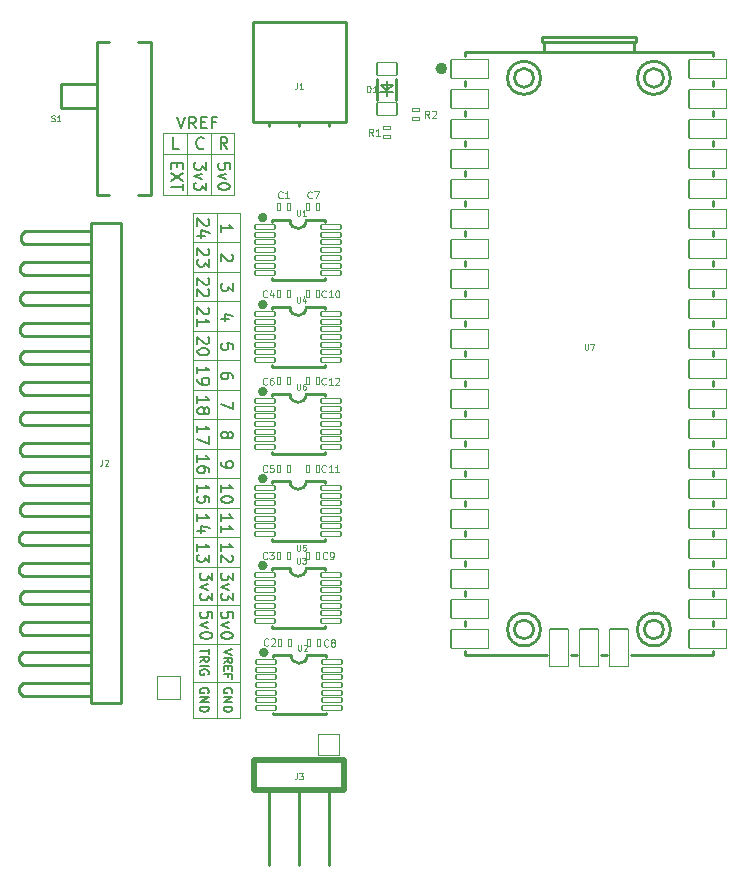
<source format=gto>
G04 #@! TF.GenerationSoftware,KiCad,Pcbnew,8.0.3*
G04 #@! TF.CreationDate,2024-09-14T14:57:03+02:00*
G04 #@! TF.ProjectId,jitx-design,6a697478-2d64-4657-9369-676e2e6b6963,rev?*
G04 #@! TF.SameCoordinates,Original*
G04 #@! TF.FileFunction,Legend,Top*
G04 #@! TF.FilePolarity,Positive*
%FSLAX46Y46*%
G04 Gerber Fmt 4.6, Leading zero omitted, Abs format (unit mm)*
G04 Created by KiCad (PCBNEW 8.0.3) date 2024-09-14 14:57:03*
%MOMM*%
%LPD*%
G01*
G04 APERTURE LIST*
G04 Aperture macros list*
%AMRoundRect*
0 Rectangle with rounded corners*
0 $1 Rounding radius*
0 $2 $3 $4 $5 $6 $7 $8 $9 X,Y pos of 4 corners*
0 Add a 4 corners polygon primitive as box body*
4,1,4,$2,$3,$4,$5,$6,$7,$8,$9,$2,$3,0*
0 Add four circle primitives for the rounded corners*
1,1,$1+$1,$2,$3*
1,1,$1+$1,$4,$5*
1,1,$1+$1,$6,$7*
1,1,$1+$1,$8,$9*
0 Add four rect primitives between the rounded corners*
20,1,$1+$1,$2,$3,$4,$5,0*
20,1,$1+$1,$4,$5,$6,$7,0*
20,1,$1+$1,$6,$7,$8,$9,0*
20,1,$1+$1,$8,$9,$2,$3,0*%
G04 Aperture macros list end*
%ADD10C,0.120000*%
%ADD11C,0.150000*%
%ADD12C,0.100000*%
%ADD13C,0.254000*%
%ADD14C,0.400000*%
%ADD15C,0.500000*%
%ADD16C,0.200000*%
%ADD17RoundRect,0.050000X-0.300000X-0.140139X0.300000X-0.140139X0.300000X0.140139X-0.300000X0.140139X0*%
%ADD18C,3.702000*%
%ADD19C,5.702000*%
%ADD20RoundRect,0.050000X-0.140139X0.300000X-0.140139X-0.300000X0.140139X-0.300000X0.140139X0.300000X0*%
%ADD21RoundRect,0.051000X-0.850000X0.200000X-0.850000X-0.200000X0.850000X-0.200000X0.850000X0.200000X0*%
%ADD22RoundRect,0.051000X0.900000X0.900000X-0.900000X0.900000X-0.900000X-0.900000X0.900000X-0.900000X0*%
%ADD23C,1.902000*%
%ADD24RoundRect,0.050000X0.140139X-0.300000X0.140139X0.300000X-0.140139X0.300000X-0.140139X-0.300000X0*%
%ADD25RoundRect,0.051000X1.000000X-1.000000X1.000000X1.000000X-1.000000X1.000000X-1.000000X-1.000000X0*%
%ADD26C,2.102000*%
%ADD27C,1.700000*%
%ADD28O,2.100000X1.300000*%
%ADD29RoundRect,0.051000X-0.850000X0.550000X-0.850000X-0.550000X0.850000X-0.550000X0.850000X0.550000X0*%
%ADD30RoundRect,0.051000X-1.600000X0.800000X-1.600000X-0.800000X1.600000X-0.800000X1.600000X0.800000X0*%
%ADD31RoundRect,0.051000X-0.800000X-1.600000X0.800000X-1.600000X0.800000X1.600000X-0.800000X1.600000X0*%
%ADD32C,2.000000*%
G04 APERTURE END LIST*
D10*
X120500000Y-113750000D02*
X124500000Y-113750000D01*
X120500000Y-106250000D02*
X124500000Y-106250000D01*
X120500000Y-111250000D02*
X124500000Y-111250000D01*
X120500000Y-101250000D02*
X124500000Y-101250000D01*
X118000000Y-84500000D02*
X124000000Y-84500000D01*
X124000000Y-89750000D01*
X118000000Y-89750000D01*
X118000000Y-84500000D01*
X120500000Y-124500000D02*
X124500000Y-124500000D01*
X120500000Y-108750000D02*
X124500000Y-108750000D01*
X120500000Y-103750000D02*
X124500000Y-103750000D01*
X120000000Y-84500000D02*
X120000000Y-89750000D01*
X120500000Y-121250000D02*
X124500000Y-121250000D01*
X120500000Y-98750000D02*
X124500000Y-98750000D01*
X120500000Y-127750000D02*
X124500000Y-127750000D01*
X122000000Y-84500000D02*
X122000000Y-89750000D01*
X120500000Y-96250000D02*
X124500000Y-96250000D01*
X120500000Y-118750000D02*
X124500000Y-118750000D01*
X120500000Y-93750000D02*
X124500000Y-93750000D01*
X120500000Y-131000000D02*
X124500000Y-131000000D01*
X118000000Y-86250000D02*
X124000000Y-86250000D01*
X122500000Y-91250000D02*
X122500000Y-134000000D01*
X120500000Y-91250000D02*
X124500000Y-91250000D01*
X124500000Y-134000000D01*
X120500000Y-134000000D01*
X120500000Y-91250000D01*
X120500000Y-116250000D02*
X124500000Y-116250000D01*
D11*
X122130180Y-121741541D02*
X122130180Y-122360588D01*
X122130180Y-122360588D02*
X121749228Y-122027255D01*
X121749228Y-122027255D02*
X121749228Y-122170112D01*
X121749228Y-122170112D02*
X121701609Y-122265350D01*
X121701609Y-122265350D02*
X121653990Y-122312969D01*
X121653990Y-122312969D02*
X121558752Y-122360588D01*
X121558752Y-122360588D02*
X121320657Y-122360588D01*
X121320657Y-122360588D02*
X121225419Y-122312969D01*
X121225419Y-122312969D02*
X121177800Y-122265350D01*
X121177800Y-122265350D02*
X121130180Y-122170112D01*
X121130180Y-122170112D02*
X121130180Y-121884398D01*
X121130180Y-121884398D02*
X121177800Y-121789160D01*
X121177800Y-121789160D02*
X121225419Y-121741541D01*
X121796847Y-122693922D02*
X121130180Y-122932017D01*
X121130180Y-122932017D02*
X121796847Y-123170112D01*
X122130180Y-123455827D02*
X122130180Y-124074874D01*
X122130180Y-124074874D02*
X121749228Y-123741541D01*
X121749228Y-123741541D02*
X121749228Y-123884398D01*
X121749228Y-123884398D02*
X121701609Y-123979636D01*
X121701609Y-123979636D02*
X121653990Y-124027255D01*
X121653990Y-124027255D02*
X121558752Y-124074874D01*
X121558752Y-124074874D02*
X121320657Y-124074874D01*
X121320657Y-124074874D02*
X121225419Y-124027255D01*
X121225419Y-124027255D02*
X121177800Y-123979636D01*
X121177800Y-123979636D02*
X121130180Y-123884398D01*
X121130180Y-123884398D02*
X121130180Y-123598684D01*
X121130180Y-123598684D02*
X121177800Y-123503446D01*
X121177800Y-123503446D02*
X121225419Y-123455827D01*
X123451609Y-109979636D02*
X123499228Y-109884398D01*
X123499228Y-109884398D02*
X123546847Y-109836779D01*
X123546847Y-109836779D02*
X123642085Y-109789160D01*
X123642085Y-109789160D02*
X123689704Y-109789160D01*
X123689704Y-109789160D02*
X123784942Y-109836779D01*
X123784942Y-109836779D02*
X123832561Y-109884398D01*
X123832561Y-109884398D02*
X123880180Y-109979636D01*
X123880180Y-109979636D02*
X123880180Y-110170112D01*
X123880180Y-110170112D02*
X123832561Y-110265350D01*
X123832561Y-110265350D02*
X123784942Y-110312969D01*
X123784942Y-110312969D02*
X123689704Y-110360588D01*
X123689704Y-110360588D02*
X123642085Y-110360588D01*
X123642085Y-110360588D02*
X123546847Y-110312969D01*
X123546847Y-110312969D02*
X123499228Y-110265350D01*
X123499228Y-110265350D02*
X123451609Y-110170112D01*
X123451609Y-110170112D02*
X123451609Y-109979636D01*
X123451609Y-109979636D02*
X123403990Y-109884398D01*
X123403990Y-109884398D02*
X123356371Y-109836779D01*
X123356371Y-109836779D02*
X123261133Y-109789160D01*
X123261133Y-109789160D02*
X123070657Y-109789160D01*
X123070657Y-109789160D02*
X122975419Y-109836779D01*
X122975419Y-109836779D02*
X122927800Y-109884398D01*
X122927800Y-109884398D02*
X122880180Y-109979636D01*
X122880180Y-109979636D02*
X122880180Y-110170112D01*
X122880180Y-110170112D02*
X122927800Y-110265350D01*
X122927800Y-110265350D02*
X122975419Y-110312969D01*
X122975419Y-110312969D02*
X123070657Y-110360588D01*
X123070657Y-110360588D02*
X123261133Y-110360588D01*
X123261133Y-110360588D02*
X123356371Y-110312969D01*
X123356371Y-110312969D02*
X123403990Y-110265350D01*
X123403990Y-110265350D02*
X123451609Y-110170112D01*
X120880180Y-117360588D02*
X120880180Y-116789160D01*
X120880180Y-117074874D02*
X121880180Y-117074874D01*
X121880180Y-117074874D02*
X121737323Y-116979636D01*
X121737323Y-116979636D02*
X121642085Y-116884398D01*
X121642085Y-116884398D02*
X121594466Y-116789160D01*
X121546847Y-118217731D02*
X120880180Y-118217731D01*
X121927800Y-117979636D02*
X121213514Y-117741541D01*
X121213514Y-117741541D02*
X121213514Y-118360588D01*
X121849585Y-128170112D02*
X121849585Y-128598684D01*
X121099585Y-128384398D02*
X121849585Y-128384398D01*
X121099585Y-129277255D02*
X121456728Y-129027255D01*
X121099585Y-128848684D02*
X121849585Y-128848684D01*
X121849585Y-128848684D02*
X121849585Y-129134398D01*
X121849585Y-129134398D02*
X121813871Y-129205827D01*
X121813871Y-129205827D02*
X121778157Y-129241541D01*
X121778157Y-129241541D02*
X121706728Y-129277255D01*
X121706728Y-129277255D02*
X121599585Y-129277255D01*
X121599585Y-129277255D02*
X121528157Y-129241541D01*
X121528157Y-129241541D02*
X121492442Y-129205827D01*
X121492442Y-129205827D02*
X121456728Y-129134398D01*
X121456728Y-129134398D02*
X121456728Y-128848684D01*
X121099585Y-129598684D02*
X121849585Y-129598684D01*
X121813871Y-130348684D02*
X121849585Y-130277256D01*
X121849585Y-130277256D02*
X121849585Y-130170113D01*
X121849585Y-130170113D02*
X121813871Y-130062970D01*
X121813871Y-130062970D02*
X121742442Y-129991541D01*
X121742442Y-129991541D02*
X121671014Y-129955827D01*
X121671014Y-129955827D02*
X121528157Y-129920113D01*
X121528157Y-129920113D02*
X121421014Y-129920113D01*
X121421014Y-129920113D02*
X121278157Y-129955827D01*
X121278157Y-129955827D02*
X121206728Y-129991541D01*
X121206728Y-129991541D02*
X121135300Y-130062970D01*
X121135300Y-130062970D02*
X121099585Y-130170113D01*
X121099585Y-130170113D02*
X121099585Y-130241541D01*
X121099585Y-130241541D02*
X121135300Y-130348684D01*
X121135300Y-130348684D02*
X121171014Y-130384398D01*
X121171014Y-130384398D02*
X121421014Y-130384398D01*
X121421014Y-130384398D02*
X121421014Y-130241541D01*
X120880180Y-109860588D02*
X120880180Y-109289160D01*
X120880180Y-109574874D02*
X121880180Y-109574874D01*
X121880180Y-109574874D02*
X121737323Y-109479636D01*
X121737323Y-109479636D02*
X121642085Y-109384398D01*
X121642085Y-109384398D02*
X121594466Y-109289160D01*
X121880180Y-110193922D02*
X121880180Y-110860588D01*
X121880180Y-110860588D02*
X120880180Y-110432017D01*
X121784942Y-101789160D02*
X121832561Y-101836779D01*
X121832561Y-101836779D02*
X121880180Y-101932017D01*
X121880180Y-101932017D02*
X121880180Y-102170112D01*
X121880180Y-102170112D02*
X121832561Y-102265350D01*
X121832561Y-102265350D02*
X121784942Y-102312969D01*
X121784942Y-102312969D02*
X121689704Y-102360588D01*
X121689704Y-102360588D02*
X121594466Y-102360588D01*
X121594466Y-102360588D02*
X121451609Y-102312969D01*
X121451609Y-102312969D02*
X120880180Y-101741541D01*
X120880180Y-101741541D02*
X120880180Y-102360588D01*
X121880180Y-102979636D02*
X121880180Y-103074874D01*
X121880180Y-103074874D02*
X121832561Y-103170112D01*
X121832561Y-103170112D02*
X121784942Y-103217731D01*
X121784942Y-103217731D02*
X121689704Y-103265350D01*
X121689704Y-103265350D02*
X121499228Y-103312969D01*
X121499228Y-103312969D02*
X121261133Y-103312969D01*
X121261133Y-103312969D02*
X121070657Y-103265350D01*
X121070657Y-103265350D02*
X120975419Y-103217731D01*
X120975419Y-103217731D02*
X120927800Y-103170112D01*
X120927800Y-103170112D02*
X120880180Y-103074874D01*
X120880180Y-103074874D02*
X120880180Y-102979636D01*
X120880180Y-102979636D02*
X120927800Y-102884398D01*
X120927800Y-102884398D02*
X120975419Y-102836779D01*
X120975419Y-102836779D02*
X121070657Y-102789160D01*
X121070657Y-102789160D02*
X121261133Y-102741541D01*
X121261133Y-102741541D02*
X121499228Y-102741541D01*
X121499228Y-102741541D02*
X121689704Y-102789160D01*
X121689704Y-102789160D02*
X121784942Y-102836779D01*
X121784942Y-102836779D02*
X121832561Y-102884398D01*
X121832561Y-102884398D02*
X121880180Y-102979636D01*
X123880180Y-105265350D02*
X123880180Y-105074874D01*
X123880180Y-105074874D02*
X123832561Y-104979636D01*
X123832561Y-104979636D02*
X123784942Y-104932017D01*
X123784942Y-104932017D02*
X123642085Y-104836779D01*
X123642085Y-104836779D02*
X123451609Y-104789160D01*
X123451609Y-104789160D02*
X123070657Y-104789160D01*
X123070657Y-104789160D02*
X122975419Y-104836779D01*
X122975419Y-104836779D02*
X122927800Y-104884398D01*
X122927800Y-104884398D02*
X122880180Y-104979636D01*
X122880180Y-104979636D02*
X122880180Y-105170112D01*
X122880180Y-105170112D02*
X122927800Y-105265350D01*
X122927800Y-105265350D02*
X122975419Y-105312969D01*
X122975419Y-105312969D02*
X123070657Y-105360588D01*
X123070657Y-105360588D02*
X123308752Y-105360588D01*
X123308752Y-105360588D02*
X123403990Y-105312969D01*
X123403990Y-105312969D02*
X123451609Y-105265350D01*
X123451609Y-105265350D02*
X123499228Y-105170112D01*
X123499228Y-105170112D02*
X123499228Y-104979636D01*
X123499228Y-104979636D02*
X123451609Y-104884398D01*
X123451609Y-104884398D02*
X123403990Y-104836779D01*
X123403990Y-104836779D02*
X123308752Y-104789160D01*
X123784942Y-94789160D02*
X123832561Y-94836779D01*
X123832561Y-94836779D02*
X123880180Y-94932017D01*
X123880180Y-94932017D02*
X123880180Y-95170112D01*
X123880180Y-95170112D02*
X123832561Y-95265350D01*
X123832561Y-95265350D02*
X123784942Y-95312969D01*
X123784942Y-95312969D02*
X123689704Y-95360588D01*
X123689704Y-95360588D02*
X123594466Y-95360588D01*
X123594466Y-95360588D02*
X123451609Y-95312969D01*
X123451609Y-95312969D02*
X122880180Y-94741541D01*
X122880180Y-94741541D02*
X122880180Y-95360588D01*
X122880180Y-117360588D02*
X122880180Y-116789160D01*
X122880180Y-117074874D02*
X123880180Y-117074874D01*
X123880180Y-117074874D02*
X123737323Y-116979636D01*
X123737323Y-116979636D02*
X123642085Y-116884398D01*
X123642085Y-116884398D02*
X123594466Y-116789160D01*
X122880180Y-118312969D02*
X122880180Y-117741541D01*
X122880180Y-118027255D02*
X123880180Y-118027255D01*
X123880180Y-118027255D02*
X123737323Y-117932017D01*
X123737323Y-117932017D02*
X123642085Y-117836779D01*
X123642085Y-117836779D02*
X123594466Y-117741541D01*
X121408207Y-85774580D02*
X121360588Y-85822200D01*
X121360588Y-85822200D02*
X121217731Y-85869819D01*
X121217731Y-85869819D02*
X121122493Y-85869819D01*
X121122493Y-85869819D02*
X120979636Y-85822200D01*
X120979636Y-85822200D02*
X120884398Y-85726961D01*
X120884398Y-85726961D02*
X120836779Y-85631723D01*
X120836779Y-85631723D02*
X120789160Y-85441247D01*
X120789160Y-85441247D02*
X120789160Y-85298390D01*
X120789160Y-85298390D02*
X120836779Y-85107914D01*
X120836779Y-85107914D02*
X120884398Y-85012676D01*
X120884398Y-85012676D02*
X120979636Y-84917438D01*
X120979636Y-84917438D02*
X121122493Y-84869819D01*
X121122493Y-84869819D02*
X121217731Y-84869819D01*
X121217731Y-84869819D02*
X121360588Y-84917438D01*
X121360588Y-84917438D02*
X121408207Y-84965057D01*
X123849585Y-128170112D02*
X123099585Y-128420112D01*
X123099585Y-128420112D02*
X123849585Y-128670112D01*
X123099585Y-129348683D02*
X123456728Y-129098683D01*
X123099585Y-128920112D02*
X123849585Y-128920112D01*
X123849585Y-128920112D02*
X123849585Y-129205826D01*
X123849585Y-129205826D02*
X123813871Y-129277255D01*
X123813871Y-129277255D02*
X123778157Y-129312969D01*
X123778157Y-129312969D02*
X123706728Y-129348683D01*
X123706728Y-129348683D02*
X123599585Y-129348683D01*
X123599585Y-129348683D02*
X123528157Y-129312969D01*
X123528157Y-129312969D02*
X123492442Y-129277255D01*
X123492442Y-129277255D02*
X123456728Y-129205826D01*
X123456728Y-129205826D02*
X123456728Y-128920112D01*
X123492442Y-129670112D02*
X123492442Y-129920112D01*
X123099585Y-130027255D02*
X123099585Y-129670112D01*
X123099585Y-129670112D02*
X123849585Y-129670112D01*
X123849585Y-129670112D02*
X123849585Y-130027255D01*
X123492442Y-130598683D02*
X123492442Y-130348683D01*
X123099585Y-130348683D02*
X123849585Y-130348683D01*
X123849585Y-130348683D02*
X123849585Y-130705826D01*
X123880180Y-121741541D02*
X123880180Y-122360588D01*
X123880180Y-122360588D02*
X123499228Y-122027255D01*
X123499228Y-122027255D02*
X123499228Y-122170112D01*
X123499228Y-122170112D02*
X123451609Y-122265350D01*
X123451609Y-122265350D02*
X123403990Y-122312969D01*
X123403990Y-122312969D02*
X123308752Y-122360588D01*
X123308752Y-122360588D02*
X123070657Y-122360588D01*
X123070657Y-122360588D02*
X122975419Y-122312969D01*
X122975419Y-122312969D02*
X122927800Y-122265350D01*
X122927800Y-122265350D02*
X122880180Y-122170112D01*
X122880180Y-122170112D02*
X122880180Y-121884398D01*
X122880180Y-121884398D02*
X122927800Y-121789160D01*
X122927800Y-121789160D02*
X122975419Y-121741541D01*
X123546847Y-122693922D02*
X122880180Y-122932017D01*
X122880180Y-122932017D02*
X123546847Y-123170112D01*
X123880180Y-123455827D02*
X123880180Y-124074874D01*
X123880180Y-124074874D02*
X123499228Y-123741541D01*
X123499228Y-123741541D02*
X123499228Y-123884398D01*
X123499228Y-123884398D02*
X123451609Y-123979636D01*
X123451609Y-123979636D02*
X123403990Y-124027255D01*
X123403990Y-124027255D02*
X123308752Y-124074874D01*
X123308752Y-124074874D02*
X123070657Y-124074874D01*
X123070657Y-124074874D02*
X122975419Y-124027255D01*
X122975419Y-124027255D02*
X122927800Y-123979636D01*
X122927800Y-123979636D02*
X122880180Y-123884398D01*
X122880180Y-123884398D02*
X122880180Y-123598684D01*
X122880180Y-123598684D02*
X122927800Y-123503446D01*
X122927800Y-123503446D02*
X122975419Y-123455827D01*
X123880180Y-102812969D02*
X123880180Y-102336779D01*
X123880180Y-102336779D02*
X123403990Y-102289160D01*
X123403990Y-102289160D02*
X123451609Y-102336779D01*
X123451609Y-102336779D02*
X123499228Y-102432017D01*
X123499228Y-102432017D02*
X123499228Y-102670112D01*
X123499228Y-102670112D02*
X123451609Y-102765350D01*
X123451609Y-102765350D02*
X123403990Y-102812969D01*
X123403990Y-102812969D02*
X123308752Y-102860588D01*
X123308752Y-102860588D02*
X123070657Y-102860588D01*
X123070657Y-102860588D02*
X122975419Y-102812969D01*
X122975419Y-102812969D02*
X122927800Y-102765350D01*
X122927800Y-102765350D02*
X122880180Y-102670112D01*
X122880180Y-102670112D02*
X122880180Y-102432017D01*
X122880180Y-102432017D02*
X122927800Y-102336779D01*
X122927800Y-102336779D02*
X122975419Y-102289160D01*
X123630180Y-87562969D02*
X123630180Y-87086779D01*
X123630180Y-87086779D02*
X123153990Y-87039160D01*
X123153990Y-87039160D02*
X123201609Y-87086779D01*
X123201609Y-87086779D02*
X123249228Y-87182017D01*
X123249228Y-87182017D02*
X123249228Y-87420112D01*
X123249228Y-87420112D02*
X123201609Y-87515350D01*
X123201609Y-87515350D02*
X123153990Y-87562969D01*
X123153990Y-87562969D02*
X123058752Y-87610588D01*
X123058752Y-87610588D02*
X122820657Y-87610588D01*
X122820657Y-87610588D02*
X122725419Y-87562969D01*
X122725419Y-87562969D02*
X122677800Y-87515350D01*
X122677800Y-87515350D02*
X122630180Y-87420112D01*
X122630180Y-87420112D02*
X122630180Y-87182017D01*
X122630180Y-87182017D02*
X122677800Y-87086779D01*
X122677800Y-87086779D02*
X122725419Y-87039160D01*
X123296847Y-87943922D02*
X122630180Y-88182017D01*
X122630180Y-88182017D02*
X123296847Y-88420112D01*
X123630180Y-88991541D02*
X123630180Y-89086779D01*
X123630180Y-89086779D02*
X123582561Y-89182017D01*
X123582561Y-89182017D02*
X123534942Y-89229636D01*
X123534942Y-89229636D02*
X123439704Y-89277255D01*
X123439704Y-89277255D02*
X123249228Y-89324874D01*
X123249228Y-89324874D02*
X123011133Y-89324874D01*
X123011133Y-89324874D02*
X122820657Y-89277255D01*
X122820657Y-89277255D02*
X122725419Y-89229636D01*
X122725419Y-89229636D02*
X122677800Y-89182017D01*
X122677800Y-89182017D02*
X122630180Y-89086779D01*
X122630180Y-89086779D02*
X122630180Y-88991541D01*
X122630180Y-88991541D02*
X122677800Y-88896303D01*
X122677800Y-88896303D02*
X122725419Y-88848684D01*
X122725419Y-88848684D02*
X122820657Y-88801065D01*
X122820657Y-88801065D02*
X123011133Y-88753446D01*
X123011133Y-88753446D02*
X123249228Y-88753446D01*
X123249228Y-88753446D02*
X123439704Y-88801065D01*
X123439704Y-88801065D02*
X123534942Y-88848684D01*
X123534942Y-88848684D02*
X123582561Y-88896303D01*
X123582561Y-88896303D02*
X123630180Y-88991541D01*
X121784942Y-91789160D02*
X121832561Y-91836779D01*
X121832561Y-91836779D02*
X121880180Y-91932017D01*
X121880180Y-91932017D02*
X121880180Y-92170112D01*
X121880180Y-92170112D02*
X121832561Y-92265350D01*
X121832561Y-92265350D02*
X121784942Y-92312969D01*
X121784942Y-92312969D02*
X121689704Y-92360588D01*
X121689704Y-92360588D02*
X121594466Y-92360588D01*
X121594466Y-92360588D02*
X121451609Y-92312969D01*
X121451609Y-92312969D02*
X120880180Y-91741541D01*
X120880180Y-91741541D02*
X120880180Y-92360588D01*
X121546847Y-93217731D02*
X120880180Y-93217731D01*
X121927800Y-92979636D02*
X121213514Y-92741541D01*
X121213514Y-92741541D02*
X121213514Y-93360588D01*
X119312969Y-85869819D02*
X118836779Y-85869819D01*
X118836779Y-85869819D02*
X118836779Y-84869819D01*
X122880180Y-112384398D02*
X122880180Y-112574874D01*
X122880180Y-112574874D02*
X122927800Y-112670112D01*
X122927800Y-112670112D02*
X122975419Y-112717731D01*
X122975419Y-112717731D02*
X123118276Y-112812969D01*
X123118276Y-112812969D02*
X123308752Y-112860588D01*
X123308752Y-112860588D02*
X123689704Y-112860588D01*
X123689704Y-112860588D02*
X123784942Y-112812969D01*
X123784942Y-112812969D02*
X123832561Y-112765350D01*
X123832561Y-112765350D02*
X123880180Y-112670112D01*
X123880180Y-112670112D02*
X123880180Y-112479636D01*
X123880180Y-112479636D02*
X123832561Y-112384398D01*
X123832561Y-112384398D02*
X123784942Y-112336779D01*
X123784942Y-112336779D02*
X123689704Y-112289160D01*
X123689704Y-112289160D02*
X123451609Y-112289160D01*
X123451609Y-112289160D02*
X123356371Y-112336779D01*
X123356371Y-112336779D02*
X123308752Y-112384398D01*
X123308752Y-112384398D02*
X123261133Y-112479636D01*
X123261133Y-112479636D02*
X123261133Y-112670112D01*
X123261133Y-112670112D02*
X123308752Y-112765350D01*
X123308752Y-112765350D02*
X123356371Y-112812969D01*
X123356371Y-112812969D02*
X123451609Y-112860588D01*
X121813871Y-131920112D02*
X121849585Y-131848684D01*
X121849585Y-131848684D02*
X121849585Y-131741541D01*
X121849585Y-131741541D02*
X121813871Y-131634398D01*
X121813871Y-131634398D02*
X121742442Y-131562969D01*
X121742442Y-131562969D02*
X121671014Y-131527255D01*
X121671014Y-131527255D02*
X121528157Y-131491541D01*
X121528157Y-131491541D02*
X121421014Y-131491541D01*
X121421014Y-131491541D02*
X121278157Y-131527255D01*
X121278157Y-131527255D02*
X121206728Y-131562969D01*
X121206728Y-131562969D02*
X121135300Y-131634398D01*
X121135300Y-131634398D02*
X121099585Y-131741541D01*
X121099585Y-131741541D02*
X121099585Y-131812969D01*
X121099585Y-131812969D02*
X121135300Y-131920112D01*
X121135300Y-131920112D02*
X121171014Y-131955826D01*
X121171014Y-131955826D02*
X121421014Y-131955826D01*
X121421014Y-131955826D02*
X121421014Y-131812969D01*
X121099585Y-132277255D02*
X121849585Y-132277255D01*
X121849585Y-132277255D02*
X121099585Y-132705826D01*
X121099585Y-132705826D02*
X121849585Y-132705826D01*
X121099585Y-133062969D02*
X121849585Y-133062969D01*
X121849585Y-133062969D02*
X121849585Y-133241540D01*
X121849585Y-133241540D02*
X121813871Y-133348683D01*
X121813871Y-133348683D02*
X121742442Y-133420112D01*
X121742442Y-133420112D02*
X121671014Y-133455826D01*
X121671014Y-133455826D02*
X121528157Y-133491540D01*
X121528157Y-133491540D02*
X121421014Y-133491540D01*
X121421014Y-133491540D02*
X121278157Y-133455826D01*
X121278157Y-133455826D02*
X121206728Y-133420112D01*
X121206728Y-133420112D02*
X121135300Y-133348683D01*
X121135300Y-133348683D02*
X121099585Y-133241540D01*
X121099585Y-133241540D02*
X121099585Y-133062969D01*
X123813871Y-131920112D02*
X123849585Y-131848684D01*
X123849585Y-131848684D02*
X123849585Y-131741541D01*
X123849585Y-131741541D02*
X123813871Y-131634398D01*
X123813871Y-131634398D02*
X123742442Y-131562969D01*
X123742442Y-131562969D02*
X123671014Y-131527255D01*
X123671014Y-131527255D02*
X123528157Y-131491541D01*
X123528157Y-131491541D02*
X123421014Y-131491541D01*
X123421014Y-131491541D02*
X123278157Y-131527255D01*
X123278157Y-131527255D02*
X123206728Y-131562969D01*
X123206728Y-131562969D02*
X123135300Y-131634398D01*
X123135300Y-131634398D02*
X123099585Y-131741541D01*
X123099585Y-131741541D02*
X123099585Y-131812969D01*
X123099585Y-131812969D02*
X123135300Y-131920112D01*
X123135300Y-131920112D02*
X123171014Y-131955826D01*
X123171014Y-131955826D02*
X123421014Y-131955826D01*
X123421014Y-131955826D02*
X123421014Y-131812969D01*
X123099585Y-132277255D02*
X123849585Y-132277255D01*
X123849585Y-132277255D02*
X123099585Y-132705826D01*
X123099585Y-132705826D02*
X123849585Y-132705826D01*
X123099585Y-133062969D02*
X123849585Y-133062969D01*
X123849585Y-133062969D02*
X123849585Y-133241540D01*
X123849585Y-133241540D02*
X123813871Y-133348683D01*
X123813871Y-133348683D02*
X123742442Y-133420112D01*
X123742442Y-133420112D02*
X123671014Y-133455826D01*
X123671014Y-133455826D02*
X123528157Y-133491540D01*
X123528157Y-133491540D02*
X123421014Y-133491540D01*
X123421014Y-133491540D02*
X123278157Y-133455826D01*
X123278157Y-133455826D02*
X123206728Y-133420112D01*
X123206728Y-133420112D02*
X123135300Y-133348683D01*
X123135300Y-133348683D02*
X123099585Y-133241540D01*
X123099585Y-133241540D02*
X123099585Y-133062969D01*
X121784942Y-94289160D02*
X121832561Y-94336779D01*
X121832561Y-94336779D02*
X121880180Y-94432017D01*
X121880180Y-94432017D02*
X121880180Y-94670112D01*
X121880180Y-94670112D02*
X121832561Y-94765350D01*
X121832561Y-94765350D02*
X121784942Y-94812969D01*
X121784942Y-94812969D02*
X121689704Y-94860588D01*
X121689704Y-94860588D02*
X121594466Y-94860588D01*
X121594466Y-94860588D02*
X121451609Y-94812969D01*
X121451609Y-94812969D02*
X120880180Y-94241541D01*
X120880180Y-94241541D02*
X120880180Y-94860588D01*
X121880180Y-95193922D02*
X121880180Y-95812969D01*
X121880180Y-95812969D02*
X121499228Y-95479636D01*
X121499228Y-95479636D02*
X121499228Y-95622493D01*
X121499228Y-95622493D02*
X121451609Y-95717731D01*
X121451609Y-95717731D02*
X121403990Y-95765350D01*
X121403990Y-95765350D02*
X121308752Y-95812969D01*
X121308752Y-95812969D02*
X121070657Y-95812969D01*
X121070657Y-95812969D02*
X120975419Y-95765350D01*
X120975419Y-95765350D02*
X120927800Y-95717731D01*
X120927800Y-95717731D02*
X120880180Y-95622493D01*
X120880180Y-95622493D02*
X120880180Y-95336779D01*
X120880180Y-95336779D02*
X120927800Y-95241541D01*
X120927800Y-95241541D02*
X120975419Y-95193922D01*
X121630180Y-86991541D02*
X121630180Y-87610588D01*
X121630180Y-87610588D02*
X121249228Y-87277255D01*
X121249228Y-87277255D02*
X121249228Y-87420112D01*
X121249228Y-87420112D02*
X121201609Y-87515350D01*
X121201609Y-87515350D02*
X121153990Y-87562969D01*
X121153990Y-87562969D02*
X121058752Y-87610588D01*
X121058752Y-87610588D02*
X120820657Y-87610588D01*
X120820657Y-87610588D02*
X120725419Y-87562969D01*
X120725419Y-87562969D02*
X120677800Y-87515350D01*
X120677800Y-87515350D02*
X120630180Y-87420112D01*
X120630180Y-87420112D02*
X120630180Y-87134398D01*
X120630180Y-87134398D02*
X120677800Y-87039160D01*
X120677800Y-87039160D02*
X120725419Y-86991541D01*
X121296847Y-87943922D02*
X120630180Y-88182017D01*
X120630180Y-88182017D02*
X121296847Y-88420112D01*
X121630180Y-88705827D02*
X121630180Y-89324874D01*
X121630180Y-89324874D02*
X121249228Y-88991541D01*
X121249228Y-88991541D02*
X121249228Y-89134398D01*
X121249228Y-89134398D02*
X121201609Y-89229636D01*
X121201609Y-89229636D02*
X121153990Y-89277255D01*
X121153990Y-89277255D02*
X121058752Y-89324874D01*
X121058752Y-89324874D02*
X120820657Y-89324874D01*
X120820657Y-89324874D02*
X120725419Y-89277255D01*
X120725419Y-89277255D02*
X120677800Y-89229636D01*
X120677800Y-89229636D02*
X120630180Y-89134398D01*
X120630180Y-89134398D02*
X120630180Y-88848684D01*
X120630180Y-88848684D02*
X120677800Y-88753446D01*
X120677800Y-88753446D02*
X120725419Y-88705827D01*
X120880180Y-114860588D02*
X120880180Y-114289160D01*
X120880180Y-114574874D02*
X121880180Y-114574874D01*
X121880180Y-114574874D02*
X121737323Y-114479636D01*
X121737323Y-114479636D02*
X121642085Y-114384398D01*
X121642085Y-114384398D02*
X121594466Y-114289160D01*
X121880180Y-115765350D02*
X121880180Y-115289160D01*
X121880180Y-115289160D02*
X121403990Y-115241541D01*
X121403990Y-115241541D02*
X121451609Y-115289160D01*
X121451609Y-115289160D02*
X121499228Y-115384398D01*
X121499228Y-115384398D02*
X121499228Y-115622493D01*
X121499228Y-115622493D02*
X121451609Y-115717731D01*
X121451609Y-115717731D02*
X121403990Y-115765350D01*
X121403990Y-115765350D02*
X121308752Y-115812969D01*
X121308752Y-115812969D02*
X121070657Y-115812969D01*
X121070657Y-115812969D02*
X120975419Y-115765350D01*
X120975419Y-115765350D02*
X120927800Y-115717731D01*
X120927800Y-115717731D02*
X120880180Y-115622493D01*
X120880180Y-115622493D02*
X120880180Y-115384398D01*
X120880180Y-115384398D02*
X120927800Y-115289160D01*
X120927800Y-115289160D02*
X120975419Y-115241541D01*
X122880180Y-92860588D02*
X122880180Y-92289160D01*
X122880180Y-92574874D02*
X123880180Y-92574874D01*
X123880180Y-92574874D02*
X123737323Y-92479636D01*
X123737323Y-92479636D02*
X123642085Y-92384398D01*
X123642085Y-92384398D02*
X123594466Y-92289160D01*
X120880180Y-104860588D02*
X120880180Y-104289160D01*
X120880180Y-104574874D02*
X121880180Y-104574874D01*
X121880180Y-104574874D02*
X121737323Y-104479636D01*
X121737323Y-104479636D02*
X121642085Y-104384398D01*
X121642085Y-104384398D02*
X121594466Y-104289160D01*
X120880180Y-105336779D02*
X120880180Y-105527255D01*
X120880180Y-105527255D02*
X120927800Y-105622493D01*
X120927800Y-105622493D02*
X120975419Y-105670112D01*
X120975419Y-105670112D02*
X121118276Y-105765350D01*
X121118276Y-105765350D02*
X121308752Y-105812969D01*
X121308752Y-105812969D02*
X121689704Y-105812969D01*
X121689704Y-105812969D02*
X121784942Y-105765350D01*
X121784942Y-105765350D02*
X121832561Y-105717731D01*
X121832561Y-105717731D02*
X121880180Y-105622493D01*
X121880180Y-105622493D02*
X121880180Y-105432017D01*
X121880180Y-105432017D02*
X121832561Y-105336779D01*
X121832561Y-105336779D02*
X121784942Y-105289160D01*
X121784942Y-105289160D02*
X121689704Y-105241541D01*
X121689704Y-105241541D02*
X121451609Y-105241541D01*
X121451609Y-105241541D02*
X121356371Y-105289160D01*
X121356371Y-105289160D02*
X121308752Y-105336779D01*
X121308752Y-105336779D02*
X121261133Y-105432017D01*
X121261133Y-105432017D02*
X121261133Y-105622493D01*
X121261133Y-105622493D02*
X121308752Y-105717731D01*
X121308752Y-105717731D02*
X121356371Y-105765350D01*
X121356371Y-105765350D02*
X121451609Y-105812969D01*
X121784942Y-96789160D02*
X121832561Y-96836779D01*
X121832561Y-96836779D02*
X121880180Y-96932017D01*
X121880180Y-96932017D02*
X121880180Y-97170112D01*
X121880180Y-97170112D02*
X121832561Y-97265350D01*
X121832561Y-97265350D02*
X121784942Y-97312969D01*
X121784942Y-97312969D02*
X121689704Y-97360588D01*
X121689704Y-97360588D02*
X121594466Y-97360588D01*
X121594466Y-97360588D02*
X121451609Y-97312969D01*
X121451609Y-97312969D02*
X120880180Y-96741541D01*
X120880180Y-96741541D02*
X120880180Y-97360588D01*
X121784942Y-97741541D02*
X121832561Y-97789160D01*
X121832561Y-97789160D02*
X121880180Y-97884398D01*
X121880180Y-97884398D02*
X121880180Y-98122493D01*
X121880180Y-98122493D02*
X121832561Y-98217731D01*
X121832561Y-98217731D02*
X121784942Y-98265350D01*
X121784942Y-98265350D02*
X121689704Y-98312969D01*
X121689704Y-98312969D02*
X121594466Y-98312969D01*
X121594466Y-98312969D02*
X121451609Y-98265350D01*
X121451609Y-98265350D02*
X120880180Y-97693922D01*
X120880180Y-97693922D02*
X120880180Y-98312969D01*
X119153990Y-87086779D02*
X119153990Y-87420112D01*
X118630180Y-87562969D02*
X118630180Y-87086779D01*
X118630180Y-87086779D02*
X119630180Y-87086779D01*
X119630180Y-87086779D02*
X119630180Y-87562969D01*
X119630180Y-87896303D02*
X118630180Y-88562969D01*
X119630180Y-88562969D02*
X118630180Y-87896303D01*
X119630180Y-88801065D02*
X119630180Y-89372493D01*
X118630180Y-89086779D02*
X119630180Y-89086779D01*
X122880180Y-114860588D02*
X122880180Y-114289160D01*
X122880180Y-114574874D02*
X123880180Y-114574874D01*
X123880180Y-114574874D02*
X123737323Y-114479636D01*
X123737323Y-114479636D02*
X123642085Y-114384398D01*
X123642085Y-114384398D02*
X123594466Y-114289160D01*
X123880180Y-115479636D02*
X123880180Y-115574874D01*
X123880180Y-115574874D02*
X123832561Y-115670112D01*
X123832561Y-115670112D02*
X123784942Y-115717731D01*
X123784942Y-115717731D02*
X123689704Y-115765350D01*
X123689704Y-115765350D02*
X123499228Y-115812969D01*
X123499228Y-115812969D02*
X123261133Y-115812969D01*
X123261133Y-115812969D02*
X123070657Y-115765350D01*
X123070657Y-115765350D02*
X122975419Y-115717731D01*
X122975419Y-115717731D02*
X122927800Y-115670112D01*
X122927800Y-115670112D02*
X122880180Y-115574874D01*
X122880180Y-115574874D02*
X122880180Y-115479636D01*
X122880180Y-115479636D02*
X122927800Y-115384398D01*
X122927800Y-115384398D02*
X122975419Y-115336779D01*
X122975419Y-115336779D02*
X123070657Y-115289160D01*
X123070657Y-115289160D02*
X123261133Y-115241541D01*
X123261133Y-115241541D02*
X123499228Y-115241541D01*
X123499228Y-115241541D02*
X123689704Y-115289160D01*
X123689704Y-115289160D02*
X123784942Y-115336779D01*
X123784942Y-115336779D02*
X123832561Y-115384398D01*
X123832561Y-115384398D02*
X123880180Y-115479636D01*
X122130180Y-125562969D02*
X122130180Y-125086779D01*
X122130180Y-125086779D02*
X121653990Y-125039160D01*
X121653990Y-125039160D02*
X121701609Y-125086779D01*
X121701609Y-125086779D02*
X121749228Y-125182017D01*
X121749228Y-125182017D02*
X121749228Y-125420112D01*
X121749228Y-125420112D02*
X121701609Y-125515350D01*
X121701609Y-125515350D02*
X121653990Y-125562969D01*
X121653990Y-125562969D02*
X121558752Y-125610588D01*
X121558752Y-125610588D02*
X121320657Y-125610588D01*
X121320657Y-125610588D02*
X121225419Y-125562969D01*
X121225419Y-125562969D02*
X121177800Y-125515350D01*
X121177800Y-125515350D02*
X121130180Y-125420112D01*
X121130180Y-125420112D02*
X121130180Y-125182017D01*
X121130180Y-125182017D02*
X121177800Y-125086779D01*
X121177800Y-125086779D02*
X121225419Y-125039160D01*
X121796847Y-125943922D02*
X121130180Y-126182017D01*
X121130180Y-126182017D02*
X121796847Y-126420112D01*
X122130180Y-126991541D02*
X122130180Y-127086779D01*
X122130180Y-127086779D02*
X122082561Y-127182017D01*
X122082561Y-127182017D02*
X122034942Y-127229636D01*
X122034942Y-127229636D02*
X121939704Y-127277255D01*
X121939704Y-127277255D02*
X121749228Y-127324874D01*
X121749228Y-127324874D02*
X121511133Y-127324874D01*
X121511133Y-127324874D02*
X121320657Y-127277255D01*
X121320657Y-127277255D02*
X121225419Y-127229636D01*
X121225419Y-127229636D02*
X121177800Y-127182017D01*
X121177800Y-127182017D02*
X121130180Y-127086779D01*
X121130180Y-127086779D02*
X121130180Y-126991541D01*
X121130180Y-126991541D02*
X121177800Y-126896303D01*
X121177800Y-126896303D02*
X121225419Y-126848684D01*
X121225419Y-126848684D02*
X121320657Y-126801065D01*
X121320657Y-126801065D02*
X121511133Y-126753446D01*
X121511133Y-126753446D02*
X121749228Y-126753446D01*
X121749228Y-126753446D02*
X121939704Y-126801065D01*
X121939704Y-126801065D02*
X122034942Y-126848684D01*
X122034942Y-126848684D02*
X122082561Y-126896303D01*
X122082561Y-126896303D02*
X122130180Y-126991541D01*
X122880180Y-119860588D02*
X122880180Y-119289160D01*
X122880180Y-119574874D02*
X123880180Y-119574874D01*
X123880180Y-119574874D02*
X123737323Y-119479636D01*
X123737323Y-119479636D02*
X123642085Y-119384398D01*
X123642085Y-119384398D02*
X123594466Y-119289160D01*
X123784942Y-120241541D02*
X123832561Y-120289160D01*
X123832561Y-120289160D02*
X123880180Y-120384398D01*
X123880180Y-120384398D02*
X123880180Y-120622493D01*
X123880180Y-120622493D02*
X123832561Y-120717731D01*
X123832561Y-120717731D02*
X123784942Y-120765350D01*
X123784942Y-120765350D02*
X123689704Y-120812969D01*
X123689704Y-120812969D02*
X123594466Y-120812969D01*
X123594466Y-120812969D02*
X123451609Y-120765350D01*
X123451609Y-120765350D02*
X122880180Y-120193922D01*
X122880180Y-120193922D02*
X122880180Y-120812969D01*
X123546847Y-100265350D02*
X122880180Y-100265350D01*
X123927800Y-100027255D02*
X123213514Y-99789160D01*
X123213514Y-99789160D02*
X123213514Y-100408207D01*
X120880180Y-119860588D02*
X120880180Y-119289160D01*
X120880180Y-119574874D02*
X121880180Y-119574874D01*
X121880180Y-119574874D02*
X121737323Y-119479636D01*
X121737323Y-119479636D02*
X121642085Y-119384398D01*
X121642085Y-119384398D02*
X121594466Y-119289160D01*
X121880180Y-120193922D02*
X121880180Y-120812969D01*
X121880180Y-120812969D02*
X121499228Y-120479636D01*
X121499228Y-120479636D02*
X121499228Y-120622493D01*
X121499228Y-120622493D02*
X121451609Y-120717731D01*
X121451609Y-120717731D02*
X121403990Y-120765350D01*
X121403990Y-120765350D02*
X121308752Y-120812969D01*
X121308752Y-120812969D02*
X121070657Y-120812969D01*
X121070657Y-120812969D02*
X120975419Y-120765350D01*
X120975419Y-120765350D02*
X120927800Y-120717731D01*
X120927800Y-120717731D02*
X120880180Y-120622493D01*
X120880180Y-120622493D02*
X120880180Y-120336779D01*
X120880180Y-120336779D02*
X120927800Y-120241541D01*
X120927800Y-120241541D02*
X120975419Y-120193922D01*
X123880180Y-125562969D02*
X123880180Y-125086779D01*
X123880180Y-125086779D02*
X123403990Y-125039160D01*
X123403990Y-125039160D02*
X123451609Y-125086779D01*
X123451609Y-125086779D02*
X123499228Y-125182017D01*
X123499228Y-125182017D02*
X123499228Y-125420112D01*
X123499228Y-125420112D02*
X123451609Y-125515350D01*
X123451609Y-125515350D02*
X123403990Y-125562969D01*
X123403990Y-125562969D02*
X123308752Y-125610588D01*
X123308752Y-125610588D02*
X123070657Y-125610588D01*
X123070657Y-125610588D02*
X122975419Y-125562969D01*
X122975419Y-125562969D02*
X122927800Y-125515350D01*
X122927800Y-125515350D02*
X122880180Y-125420112D01*
X122880180Y-125420112D02*
X122880180Y-125182017D01*
X122880180Y-125182017D02*
X122927800Y-125086779D01*
X122927800Y-125086779D02*
X122975419Y-125039160D01*
X123546847Y-125943922D02*
X122880180Y-126182017D01*
X122880180Y-126182017D02*
X123546847Y-126420112D01*
X123880180Y-126991541D02*
X123880180Y-127086779D01*
X123880180Y-127086779D02*
X123832561Y-127182017D01*
X123832561Y-127182017D02*
X123784942Y-127229636D01*
X123784942Y-127229636D02*
X123689704Y-127277255D01*
X123689704Y-127277255D02*
X123499228Y-127324874D01*
X123499228Y-127324874D02*
X123261133Y-127324874D01*
X123261133Y-127324874D02*
X123070657Y-127277255D01*
X123070657Y-127277255D02*
X122975419Y-127229636D01*
X122975419Y-127229636D02*
X122927800Y-127182017D01*
X122927800Y-127182017D02*
X122880180Y-127086779D01*
X122880180Y-127086779D02*
X122880180Y-126991541D01*
X122880180Y-126991541D02*
X122927800Y-126896303D01*
X122927800Y-126896303D02*
X122975419Y-126848684D01*
X122975419Y-126848684D02*
X123070657Y-126801065D01*
X123070657Y-126801065D02*
X123261133Y-126753446D01*
X123261133Y-126753446D02*
X123499228Y-126753446D01*
X123499228Y-126753446D02*
X123689704Y-126801065D01*
X123689704Y-126801065D02*
X123784942Y-126848684D01*
X123784942Y-126848684D02*
X123832561Y-126896303D01*
X123832561Y-126896303D02*
X123880180Y-126991541D01*
X119193922Y-83119819D02*
X119527255Y-84119819D01*
X119527255Y-84119819D02*
X119860588Y-83119819D01*
X120765350Y-84119819D02*
X120432017Y-83643628D01*
X120193922Y-84119819D02*
X120193922Y-83119819D01*
X120193922Y-83119819D02*
X120574874Y-83119819D01*
X120574874Y-83119819D02*
X120670112Y-83167438D01*
X120670112Y-83167438D02*
X120717731Y-83215057D01*
X120717731Y-83215057D02*
X120765350Y-83310295D01*
X120765350Y-83310295D02*
X120765350Y-83453152D01*
X120765350Y-83453152D02*
X120717731Y-83548390D01*
X120717731Y-83548390D02*
X120670112Y-83596009D01*
X120670112Y-83596009D02*
X120574874Y-83643628D01*
X120574874Y-83643628D02*
X120193922Y-83643628D01*
X121193922Y-83596009D02*
X121527255Y-83596009D01*
X121670112Y-84119819D02*
X121193922Y-84119819D01*
X121193922Y-84119819D02*
X121193922Y-83119819D01*
X121193922Y-83119819D02*
X121670112Y-83119819D01*
X122432017Y-83596009D02*
X122098684Y-83596009D01*
X122098684Y-84119819D02*
X122098684Y-83119819D01*
X122098684Y-83119819D02*
X122574874Y-83119819D01*
X120880180Y-107360588D02*
X120880180Y-106789160D01*
X120880180Y-107074874D02*
X121880180Y-107074874D01*
X121880180Y-107074874D02*
X121737323Y-106979636D01*
X121737323Y-106979636D02*
X121642085Y-106884398D01*
X121642085Y-106884398D02*
X121594466Y-106789160D01*
X121451609Y-107932017D02*
X121499228Y-107836779D01*
X121499228Y-107836779D02*
X121546847Y-107789160D01*
X121546847Y-107789160D02*
X121642085Y-107741541D01*
X121642085Y-107741541D02*
X121689704Y-107741541D01*
X121689704Y-107741541D02*
X121784942Y-107789160D01*
X121784942Y-107789160D02*
X121832561Y-107836779D01*
X121832561Y-107836779D02*
X121880180Y-107932017D01*
X121880180Y-107932017D02*
X121880180Y-108122493D01*
X121880180Y-108122493D02*
X121832561Y-108217731D01*
X121832561Y-108217731D02*
X121784942Y-108265350D01*
X121784942Y-108265350D02*
X121689704Y-108312969D01*
X121689704Y-108312969D02*
X121642085Y-108312969D01*
X121642085Y-108312969D02*
X121546847Y-108265350D01*
X121546847Y-108265350D02*
X121499228Y-108217731D01*
X121499228Y-108217731D02*
X121451609Y-108122493D01*
X121451609Y-108122493D02*
X121451609Y-107932017D01*
X121451609Y-107932017D02*
X121403990Y-107836779D01*
X121403990Y-107836779D02*
X121356371Y-107789160D01*
X121356371Y-107789160D02*
X121261133Y-107741541D01*
X121261133Y-107741541D02*
X121070657Y-107741541D01*
X121070657Y-107741541D02*
X120975419Y-107789160D01*
X120975419Y-107789160D02*
X120927800Y-107836779D01*
X120927800Y-107836779D02*
X120880180Y-107932017D01*
X120880180Y-107932017D02*
X120880180Y-108122493D01*
X120880180Y-108122493D02*
X120927800Y-108217731D01*
X120927800Y-108217731D02*
X120975419Y-108265350D01*
X120975419Y-108265350D02*
X121070657Y-108312969D01*
X121070657Y-108312969D02*
X121261133Y-108312969D01*
X121261133Y-108312969D02*
X121356371Y-108265350D01*
X121356371Y-108265350D02*
X121403990Y-108217731D01*
X121403990Y-108217731D02*
X121451609Y-108122493D01*
X120880180Y-112360588D02*
X120880180Y-111789160D01*
X120880180Y-112074874D02*
X121880180Y-112074874D01*
X121880180Y-112074874D02*
X121737323Y-111979636D01*
X121737323Y-111979636D02*
X121642085Y-111884398D01*
X121642085Y-111884398D02*
X121594466Y-111789160D01*
X121880180Y-113217731D02*
X121880180Y-113027255D01*
X121880180Y-113027255D02*
X121832561Y-112932017D01*
X121832561Y-112932017D02*
X121784942Y-112884398D01*
X121784942Y-112884398D02*
X121642085Y-112789160D01*
X121642085Y-112789160D02*
X121451609Y-112741541D01*
X121451609Y-112741541D02*
X121070657Y-112741541D01*
X121070657Y-112741541D02*
X120975419Y-112789160D01*
X120975419Y-112789160D02*
X120927800Y-112836779D01*
X120927800Y-112836779D02*
X120880180Y-112932017D01*
X120880180Y-112932017D02*
X120880180Y-113122493D01*
X120880180Y-113122493D02*
X120927800Y-113217731D01*
X120927800Y-113217731D02*
X120975419Y-113265350D01*
X120975419Y-113265350D02*
X121070657Y-113312969D01*
X121070657Y-113312969D02*
X121308752Y-113312969D01*
X121308752Y-113312969D02*
X121403990Y-113265350D01*
X121403990Y-113265350D02*
X121451609Y-113217731D01*
X121451609Y-113217731D02*
X121499228Y-113122493D01*
X121499228Y-113122493D02*
X121499228Y-112932017D01*
X121499228Y-112932017D02*
X121451609Y-112836779D01*
X121451609Y-112836779D02*
X121403990Y-112789160D01*
X121403990Y-112789160D02*
X121308752Y-112741541D01*
X123408207Y-85869819D02*
X123074874Y-85393628D01*
X122836779Y-85869819D02*
X122836779Y-84869819D01*
X122836779Y-84869819D02*
X123217731Y-84869819D01*
X123217731Y-84869819D02*
X123312969Y-84917438D01*
X123312969Y-84917438D02*
X123360588Y-84965057D01*
X123360588Y-84965057D02*
X123408207Y-85060295D01*
X123408207Y-85060295D02*
X123408207Y-85203152D01*
X123408207Y-85203152D02*
X123360588Y-85298390D01*
X123360588Y-85298390D02*
X123312969Y-85346009D01*
X123312969Y-85346009D02*
X123217731Y-85393628D01*
X123217731Y-85393628D02*
X122836779Y-85393628D01*
X121784942Y-99289160D02*
X121832561Y-99336779D01*
X121832561Y-99336779D02*
X121880180Y-99432017D01*
X121880180Y-99432017D02*
X121880180Y-99670112D01*
X121880180Y-99670112D02*
X121832561Y-99765350D01*
X121832561Y-99765350D02*
X121784942Y-99812969D01*
X121784942Y-99812969D02*
X121689704Y-99860588D01*
X121689704Y-99860588D02*
X121594466Y-99860588D01*
X121594466Y-99860588D02*
X121451609Y-99812969D01*
X121451609Y-99812969D02*
X120880180Y-99241541D01*
X120880180Y-99241541D02*
X120880180Y-99860588D01*
X120880180Y-100812969D02*
X120880180Y-100241541D01*
X120880180Y-100527255D02*
X121880180Y-100527255D01*
X121880180Y-100527255D02*
X121737323Y-100432017D01*
X121737323Y-100432017D02*
X121642085Y-100336779D01*
X121642085Y-100336779D02*
X121594466Y-100241541D01*
X123880180Y-107241541D02*
X123880180Y-107908207D01*
X123880180Y-107908207D02*
X122880180Y-107479636D01*
X123880180Y-97241541D02*
X123880180Y-97860588D01*
X123880180Y-97860588D02*
X123499228Y-97527255D01*
X123499228Y-97527255D02*
X123499228Y-97670112D01*
X123499228Y-97670112D02*
X123451609Y-97765350D01*
X123451609Y-97765350D02*
X123403990Y-97812969D01*
X123403990Y-97812969D02*
X123308752Y-97860588D01*
X123308752Y-97860588D02*
X123070657Y-97860588D01*
X123070657Y-97860588D02*
X122975419Y-97812969D01*
X122975419Y-97812969D02*
X122927800Y-97765350D01*
X122927800Y-97765350D02*
X122880180Y-97670112D01*
X122880180Y-97670112D02*
X122880180Y-97384398D01*
X122880180Y-97384398D02*
X122927800Y-97289160D01*
X122927800Y-97289160D02*
X122975419Y-97241541D01*
D12*
X140520290Y-83201166D02*
X140320290Y-82915452D01*
X140177433Y-83201166D02*
X140177433Y-82601166D01*
X140177433Y-82601166D02*
X140406004Y-82601166D01*
X140406004Y-82601166D02*
X140463147Y-82629737D01*
X140463147Y-82629737D02*
X140491718Y-82658309D01*
X140491718Y-82658309D02*
X140520290Y-82715452D01*
X140520290Y-82715452D02*
X140520290Y-82801166D01*
X140520290Y-82801166D02*
X140491718Y-82858309D01*
X140491718Y-82858309D02*
X140463147Y-82886880D01*
X140463147Y-82886880D02*
X140406004Y-82915452D01*
X140406004Y-82915452D02*
X140177433Y-82915452D01*
X140748861Y-82658309D02*
X140777433Y-82629737D01*
X140777433Y-82629737D02*
X140834576Y-82601166D01*
X140834576Y-82601166D02*
X140977433Y-82601166D01*
X140977433Y-82601166D02*
X141034576Y-82629737D01*
X141034576Y-82629737D02*
X141063147Y-82658309D01*
X141063147Y-82658309D02*
X141091718Y-82715452D01*
X141091718Y-82715452D02*
X141091718Y-82772595D01*
X141091718Y-82772595D02*
X141063147Y-82858309D01*
X141063147Y-82858309D02*
X140720290Y-83201166D01*
X140720290Y-83201166D02*
X141091718Y-83201166D01*
X126774379Y-105759067D02*
X126745807Y-105787639D01*
X126745807Y-105787639D02*
X126660093Y-105816210D01*
X126660093Y-105816210D02*
X126602950Y-105816210D01*
X126602950Y-105816210D02*
X126517236Y-105787639D01*
X126517236Y-105787639D02*
X126460093Y-105730496D01*
X126460093Y-105730496D02*
X126431522Y-105673353D01*
X126431522Y-105673353D02*
X126402950Y-105559067D01*
X126402950Y-105559067D02*
X126402950Y-105473353D01*
X126402950Y-105473353D02*
X126431522Y-105359067D01*
X126431522Y-105359067D02*
X126460093Y-105301924D01*
X126460093Y-105301924D02*
X126517236Y-105244781D01*
X126517236Y-105244781D02*
X126602950Y-105216210D01*
X126602950Y-105216210D02*
X126660093Y-105216210D01*
X126660093Y-105216210D02*
X126745807Y-105244781D01*
X126745807Y-105244781D02*
X126774379Y-105273353D01*
X127288665Y-105216210D02*
X127174379Y-105216210D01*
X127174379Y-105216210D02*
X127117236Y-105244781D01*
X127117236Y-105244781D02*
X127088665Y-105273353D01*
X127088665Y-105273353D02*
X127031522Y-105359067D01*
X127031522Y-105359067D02*
X127002950Y-105473353D01*
X127002950Y-105473353D02*
X127002950Y-105701924D01*
X127002950Y-105701924D02*
X127031522Y-105759067D01*
X127031522Y-105759067D02*
X127060093Y-105787639D01*
X127060093Y-105787639D02*
X127117236Y-105816210D01*
X127117236Y-105816210D02*
X127231522Y-105816210D01*
X127231522Y-105816210D02*
X127288665Y-105787639D01*
X127288665Y-105787639D02*
X127317236Y-105759067D01*
X127317236Y-105759067D02*
X127345807Y-105701924D01*
X127345807Y-105701924D02*
X127345807Y-105559067D01*
X127345807Y-105559067D02*
X127317236Y-105501924D01*
X127317236Y-105501924D02*
X127288665Y-105473353D01*
X127288665Y-105473353D02*
X127231522Y-105444781D01*
X127231522Y-105444781D02*
X127117236Y-105444781D01*
X127117236Y-105444781D02*
X127060093Y-105473353D01*
X127060093Y-105473353D02*
X127031522Y-105501924D01*
X127031522Y-105501924D02*
X127002950Y-105559067D01*
X135755062Y-84724680D02*
X135555062Y-84438966D01*
X135412205Y-84724680D02*
X135412205Y-84124680D01*
X135412205Y-84124680D02*
X135640776Y-84124680D01*
X135640776Y-84124680D02*
X135697919Y-84153251D01*
X135697919Y-84153251D02*
X135726490Y-84181823D01*
X135726490Y-84181823D02*
X135755062Y-84238966D01*
X135755062Y-84238966D02*
X135755062Y-84324680D01*
X135755062Y-84324680D02*
X135726490Y-84381823D01*
X135726490Y-84381823D02*
X135697919Y-84410394D01*
X135697919Y-84410394D02*
X135640776Y-84438966D01*
X135640776Y-84438966D02*
X135412205Y-84438966D01*
X136326490Y-84724680D02*
X135983633Y-84724680D01*
X136155062Y-84724680D02*
X136155062Y-84124680D01*
X136155062Y-84124680D02*
X136097919Y-84210394D01*
X136097919Y-84210394D02*
X136040776Y-84267537D01*
X136040776Y-84267537D02*
X135983633Y-84296109D01*
X129393243Y-127823148D02*
X129393243Y-128227910D01*
X129393243Y-128227910D02*
X129417053Y-128275529D01*
X129417053Y-128275529D02*
X129440862Y-128299339D01*
X129440862Y-128299339D02*
X129488481Y-128323148D01*
X129488481Y-128323148D02*
X129583719Y-128323148D01*
X129583719Y-128323148D02*
X129631338Y-128299339D01*
X129631338Y-128299339D02*
X129655148Y-128275529D01*
X129655148Y-128275529D02*
X129678957Y-128227910D01*
X129678957Y-128227910D02*
X129678957Y-127823148D01*
X129893244Y-127870767D02*
X129917053Y-127846958D01*
X129917053Y-127846958D02*
X129964672Y-127823148D01*
X129964672Y-127823148D02*
X130083720Y-127823148D01*
X130083720Y-127823148D02*
X130131339Y-127846958D01*
X130131339Y-127846958D02*
X130155148Y-127870767D01*
X130155148Y-127870767D02*
X130178958Y-127918386D01*
X130178958Y-127918386D02*
X130178958Y-127966005D01*
X130178958Y-127966005D02*
X130155148Y-128037434D01*
X130155148Y-128037434D02*
X129869434Y-128323148D01*
X129869434Y-128323148D02*
X130178958Y-128323148D01*
X129327693Y-138726109D02*
X129327693Y-139083252D01*
X129327693Y-139083252D02*
X129303884Y-139154680D01*
X129303884Y-139154680D02*
X129256265Y-139202300D01*
X129256265Y-139202300D02*
X129184836Y-139226109D01*
X129184836Y-139226109D02*
X129137217Y-139226109D01*
X129518169Y-138726109D02*
X129827693Y-138726109D01*
X129827693Y-138726109D02*
X129661026Y-138916585D01*
X129661026Y-138916585D02*
X129732455Y-138916585D01*
X129732455Y-138916585D02*
X129780074Y-138940395D01*
X129780074Y-138940395D02*
X129803883Y-138964204D01*
X129803883Y-138964204D02*
X129827693Y-139011823D01*
X129827693Y-139011823D02*
X129827693Y-139130871D01*
X129827693Y-139130871D02*
X129803883Y-139178490D01*
X129803883Y-139178490D02*
X129780074Y-139202300D01*
X129780074Y-139202300D02*
X129732455Y-139226109D01*
X129732455Y-139226109D02*
X129589598Y-139226109D01*
X129589598Y-139226109D02*
X129541979Y-139202300D01*
X129541979Y-139202300D02*
X129518169Y-139178490D01*
X126774379Y-120509176D02*
X126745807Y-120537748D01*
X126745807Y-120537748D02*
X126660093Y-120566319D01*
X126660093Y-120566319D02*
X126602950Y-120566319D01*
X126602950Y-120566319D02*
X126517236Y-120537748D01*
X126517236Y-120537748D02*
X126460093Y-120480605D01*
X126460093Y-120480605D02*
X126431522Y-120423462D01*
X126431522Y-120423462D02*
X126402950Y-120309176D01*
X126402950Y-120309176D02*
X126402950Y-120223462D01*
X126402950Y-120223462D02*
X126431522Y-120109176D01*
X126431522Y-120109176D02*
X126460093Y-120052033D01*
X126460093Y-120052033D02*
X126517236Y-119994890D01*
X126517236Y-119994890D02*
X126602950Y-119966319D01*
X126602950Y-119966319D02*
X126660093Y-119966319D01*
X126660093Y-119966319D02*
X126745807Y-119994890D01*
X126745807Y-119994890D02*
X126774379Y-120023462D01*
X126974379Y-119966319D02*
X127345807Y-119966319D01*
X127345807Y-119966319D02*
X127145807Y-120194890D01*
X127145807Y-120194890D02*
X127231522Y-120194890D01*
X127231522Y-120194890D02*
X127288665Y-120223462D01*
X127288665Y-120223462D02*
X127317236Y-120252033D01*
X127317236Y-120252033D02*
X127345807Y-120309176D01*
X127345807Y-120309176D02*
X127345807Y-120452033D01*
X127345807Y-120452033D02*
X127317236Y-120509176D01*
X127317236Y-120509176D02*
X127288665Y-120537748D01*
X127288665Y-120537748D02*
X127231522Y-120566319D01*
X127231522Y-120566319D02*
X127060093Y-120566319D01*
X127060093Y-120566319D02*
X127002950Y-120537748D01*
X127002950Y-120537748D02*
X126974379Y-120509176D01*
X126774379Y-98370217D02*
X126745807Y-98398789D01*
X126745807Y-98398789D02*
X126660093Y-98427360D01*
X126660093Y-98427360D02*
X126602950Y-98427360D01*
X126602950Y-98427360D02*
X126517236Y-98398789D01*
X126517236Y-98398789D02*
X126460093Y-98341646D01*
X126460093Y-98341646D02*
X126431522Y-98284503D01*
X126431522Y-98284503D02*
X126402950Y-98170217D01*
X126402950Y-98170217D02*
X126402950Y-98084503D01*
X126402950Y-98084503D02*
X126431522Y-97970217D01*
X126431522Y-97970217D02*
X126460093Y-97913074D01*
X126460093Y-97913074D02*
X126517236Y-97855931D01*
X126517236Y-97855931D02*
X126602950Y-97827360D01*
X126602950Y-97827360D02*
X126660093Y-97827360D01*
X126660093Y-97827360D02*
X126745807Y-97855931D01*
X126745807Y-97855931D02*
X126774379Y-97884503D01*
X127288665Y-98027360D02*
X127288665Y-98427360D01*
X127145807Y-97798789D02*
X127002950Y-98227360D01*
X127002950Y-98227360D02*
X127374379Y-98227360D01*
X131857747Y-120536036D02*
X131829175Y-120564608D01*
X131829175Y-120564608D02*
X131743461Y-120593179D01*
X131743461Y-120593179D02*
X131686318Y-120593179D01*
X131686318Y-120593179D02*
X131600604Y-120564608D01*
X131600604Y-120564608D02*
X131543461Y-120507465D01*
X131543461Y-120507465D02*
X131514890Y-120450322D01*
X131514890Y-120450322D02*
X131486318Y-120336036D01*
X131486318Y-120336036D02*
X131486318Y-120250322D01*
X131486318Y-120250322D02*
X131514890Y-120136036D01*
X131514890Y-120136036D02*
X131543461Y-120078893D01*
X131543461Y-120078893D02*
X131600604Y-120021750D01*
X131600604Y-120021750D02*
X131686318Y-119993179D01*
X131686318Y-119993179D02*
X131743461Y-119993179D01*
X131743461Y-119993179D02*
X131829175Y-120021750D01*
X131829175Y-120021750D02*
X131857747Y-120050322D01*
X132143461Y-120593179D02*
X132257747Y-120593179D01*
X132257747Y-120593179D02*
X132314890Y-120564608D01*
X132314890Y-120564608D02*
X132343461Y-120536036D01*
X132343461Y-120536036D02*
X132400604Y-120450322D01*
X132400604Y-120450322D02*
X132429175Y-120336036D01*
X132429175Y-120336036D02*
X132429175Y-120107465D01*
X132429175Y-120107465D02*
X132400604Y-120050322D01*
X132400604Y-120050322D02*
X132372033Y-120021750D01*
X132372033Y-120021750D02*
X132314890Y-119993179D01*
X132314890Y-119993179D02*
X132200604Y-119993179D01*
X132200604Y-119993179D02*
X132143461Y-120021750D01*
X132143461Y-120021750D02*
X132114890Y-120050322D01*
X132114890Y-120050322D02*
X132086318Y-120107465D01*
X132086318Y-120107465D02*
X132086318Y-120250322D01*
X132086318Y-120250322D02*
X132114890Y-120307465D01*
X132114890Y-120307465D02*
X132143461Y-120336036D01*
X132143461Y-120336036D02*
X132200604Y-120364608D01*
X132200604Y-120364608D02*
X132314890Y-120364608D01*
X132314890Y-120364608D02*
X132372033Y-120336036D01*
X132372033Y-120336036D02*
X132400604Y-120307465D01*
X132400604Y-120307465D02*
X132429175Y-120250322D01*
X126874379Y-127846430D02*
X126845807Y-127875002D01*
X126845807Y-127875002D02*
X126760093Y-127903573D01*
X126760093Y-127903573D02*
X126702950Y-127903573D01*
X126702950Y-127903573D02*
X126617236Y-127875002D01*
X126617236Y-127875002D02*
X126560093Y-127817859D01*
X126560093Y-127817859D02*
X126531522Y-127760716D01*
X126531522Y-127760716D02*
X126502950Y-127646430D01*
X126502950Y-127646430D02*
X126502950Y-127560716D01*
X126502950Y-127560716D02*
X126531522Y-127446430D01*
X126531522Y-127446430D02*
X126560093Y-127389287D01*
X126560093Y-127389287D02*
X126617236Y-127332144D01*
X126617236Y-127332144D02*
X126702950Y-127303573D01*
X126702950Y-127303573D02*
X126760093Y-127303573D01*
X126760093Y-127303573D02*
X126845807Y-127332144D01*
X126845807Y-127332144D02*
X126874379Y-127360716D01*
X127102950Y-127360716D02*
X127131522Y-127332144D01*
X127131522Y-127332144D02*
X127188665Y-127303573D01*
X127188665Y-127303573D02*
X127331522Y-127303573D01*
X127331522Y-127303573D02*
X127388665Y-127332144D01*
X127388665Y-127332144D02*
X127417236Y-127360716D01*
X127417236Y-127360716D02*
X127445807Y-127417859D01*
X127445807Y-127417859D02*
X127445807Y-127475002D01*
X127445807Y-127475002D02*
X127417236Y-127560716D01*
X127417236Y-127560716D02*
X127074379Y-127903573D01*
X127074379Y-127903573D02*
X127445807Y-127903573D01*
X129293243Y-98372011D02*
X129293243Y-98776773D01*
X129293243Y-98776773D02*
X129317053Y-98824392D01*
X129317053Y-98824392D02*
X129340862Y-98848202D01*
X129340862Y-98848202D02*
X129388481Y-98872011D01*
X129388481Y-98872011D02*
X129483719Y-98872011D01*
X129483719Y-98872011D02*
X129531338Y-98848202D01*
X129531338Y-98848202D02*
X129555148Y-98824392D01*
X129555148Y-98824392D02*
X129578957Y-98776773D01*
X129578957Y-98776773D02*
X129578957Y-98372011D01*
X130031339Y-98538678D02*
X130031339Y-98872011D01*
X129912291Y-98348202D02*
X129793244Y-98705344D01*
X129793244Y-98705344D02*
X130102767Y-98705344D01*
X131752032Y-105756878D02*
X131723460Y-105785450D01*
X131723460Y-105785450D02*
X131637746Y-105814021D01*
X131637746Y-105814021D02*
X131580603Y-105814021D01*
X131580603Y-105814021D02*
X131494889Y-105785450D01*
X131494889Y-105785450D02*
X131437746Y-105728307D01*
X131437746Y-105728307D02*
X131409175Y-105671164D01*
X131409175Y-105671164D02*
X131380603Y-105556878D01*
X131380603Y-105556878D02*
X131380603Y-105471164D01*
X131380603Y-105471164D02*
X131409175Y-105356878D01*
X131409175Y-105356878D02*
X131437746Y-105299735D01*
X131437746Y-105299735D02*
X131494889Y-105242592D01*
X131494889Y-105242592D02*
X131580603Y-105214021D01*
X131580603Y-105214021D02*
X131637746Y-105214021D01*
X131637746Y-105214021D02*
X131723460Y-105242592D01*
X131723460Y-105242592D02*
X131752032Y-105271164D01*
X132323460Y-105814021D02*
X131980603Y-105814021D01*
X132152032Y-105814021D02*
X132152032Y-105214021D01*
X132152032Y-105214021D02*
X132094889Y-105299735D01*
X132094889Y-105299735D02*
X132037746Y-105356878D01*
X132037746Y-105356878D02*
X131980603Y-105385450D01*
X132552032Y-105271164D02*
X132580604Y-105242592D01*
X132580604Y-105242592D02*
X132637747Y-105214021D01*
X132637747Y-105214021D02*
X132780604Y-105214021D01*
X132780604Y-105214021D02*
X132837747Y-105242592D01*
X132837747Y-105242592D02*
X132866318Y-105271164D01*
X132866318Y-105271164D02*
X132894889Y-105328307D01*
X132894889Y-105328307D02*
X132894889Y-105385450D01*
X132894889Y-105385450D02*
X132866318Y-105471164D01*
X132866318Y-105471164D02*
X132523461Y-105814021D01*
X132523461Y-105814021D02*
X132894889Y-105814021D01*
X112827693Y-112177058D02*
X112827693Y-112534201D01*
X112827693Y-112534201D02*
X112803884Y-112605629D01*
X112803884Y-112605629D02*
X112756265Y-112653249D01*
X112756265Y-112653249D02*
X112684836Y-112677058D01*
X112684836Y-112677058D02*
X112637217Y-112677058D01*
X113041979Y-112224677D02*
X113065788Y-112200868D01*
X113065788Y-112200868D02*
X113113407Y-112177058D01*
X113113407Y-112177058D02*
X113232455Y-112177058D01*
X113232455Y-112177058D02*
X113280074Y-112200868D01*
X113280074Y-112200868D02*
X113303883Y-112224677D01*
X113303883Y-112224677D02*
X113327693Y-112272296D01*
X113327693Y-112272296D02*
X113327693Y-112319915D01*
X113327693Y-112319915D02*
X113303883Y-112391344D01*
X113303883Y-112391344D02*
X113018169Y-112677058D01*
X113018169Y-112677058D02*
X113327693Y-112677058D01*
X129293243Y-120460364D02*
X129293243Y-120865126D01*
X129293243Y-120865126D02*
X129317053Y-120912745D01*
X129317053Y-120912745D02*
X129340862Y-120936555D01*
X129340862Y-120936555D02*
X129388481Y-120960364D01*
X129388481Y-120960364D02*
X129483719Y-120960364D01*
X129483719Y-120960364D02*
X129531338Y-120936555D01*
X129531338Y-120936555D02*
X129555148Y-120912745D01*
X129555148Y-120912745D02*
X129578957Y-120865126D01*
X129578957Y-120865126D02*
X129578957Y-120460364D01*
X129769434Y-120460364D02*
X130078958Y-120460364D01*
X130078958Y-120460364D02*
X129912291Y-120650840D01*
X129912291Y-120650840D02*
X129983720Y-120650840D01*
X129983720Y-120650840D02*
X130031339Y-120674650D01*
X130031339Y-120674650D02*
X130055148Y-120698459D01*
X130055148Y-120698459D02*
X130078958Y-120746078D01*
X130078958Y-120746078D02*
X130078958Y-120865126D01*
X130078958Y-120865126D02*
X130055148Y-120912745D01*
X130055148Y-120912745D02*
X130031339Y-120936555D01*
X130031339Y-120936555D02*
X129983720Y-120960364D01*
X129983720Y-120960364D02*
X129840863Y-120960364D01*
X129840863Y-120960364D02*
X129793244Y-120936555D01*
X129793244Y-120936555D02*
X129769434Y-120912745D01*
X108519060Y-83481927D02*
X108590488Y-83505736D01*
X108590488Y-83505736D02*
X108709536Y-83505736D01*
X108709536Y-83505736D02*
X108757155Y-83481927D01*
X108757155Y-83481927D02*
X108780964Y-83458117D01*
X108780964Y-83458117D02*
X108804774Y-83410498D01*
X108804774Y-83410498D02*
X108804774Y-83362879D01*
X108804774Y-83362879D02*
X108780964Y-83315260D01*
X108780964Y-83315260D02*
X108757155Y-83291450D01*
X108757155Y-83291450D02*
X108709536Y-83267641D01*
X108709536Y-83267641D02*
X108614298Y-83243831D01*
X108614298Y-83243831D02*
X108566679Y-83220022D01*
X108566679Y-83220022D02*
X108542869Y-83196212D01*
X108542869Y-83196212D02*
X108519060Y-83148593D01*
X108519060Y-83148593D02*
X108519060Y-83100974D01*
X108519060Y-83100974D02*
X108542869Y-83053355D01*
X108542869Y-83053355D02*
X108566679Y-83029546D01*
X108566679Y-83029546D02*
X108614298Y-83005736D01*
X108614298Y-83005736D02*
X108733345Y-83005736D01*
X108733345Y-83005736D02*
X108804774Y-83029546D01*
X109280964Y-83505736D02*
X108995250Y-83505736D01*
X109138107Y-83505736D02*
X109138107Y-83005736D01*
X109138107Y-83005736D02*
X109090488Y-83077165D01*
X109090488Y-83077165D02*
X109042869Y-83124784D01*
X109042869Y-83124784D02*
X108995250Y-83148593D01*
X126774379Y-113147917D02*
X126745807Y-113176489D01*
X126745807Y-113176489D02*
X126660093Y-113205060D01*
X126660093Y-113205060D02*
X126602950Y-113205060D01*
X126602950Y-113205060D02*
X126517236Y-113176489D01*
X126517236Y-113176489D02*
X126460093Y-113119346D01*
X126460093Y-113119346D02*
X126431522Y-113062203D01*
X126431522Y-113062203D02*
X126402950Y-112947917D01*
X126402950Y-112947917D02*
X126402950Y-112862203D01*
X126402950Y-112862203D02*
X126431522Y-112747917D01*
X126431522Y-112747917D02*
X126460093Y-112690774D01*
X126460093Y-112690774D02*
X126517236Y-112633631D01*
X126517236Y-112633631D02*
X126602950Y-112605060D01*
X126602950Y-112605060D02*
X126660093Y-112605060D01*
X126660093Y-112605060D02*
X126745807Y-112633631D01*
X126745807Y-112633631D02*
X126774379Y-112662203D01*
X127317236Y-112605060D02*
X127031522Y-112605060D01*
X127031522Y-112605060D02*
X127002950Y-112890774D01*
X127002950Y-112890774D02*
X127031522Y-112862203D01*
X127031522Y-112862203D02*
X127088665Y-112833631D01*
X127088665Y-112833631D02*
X127231522Y-112833631D01*
X127231522Y-112833631D02*
X127288665Y-112862203D01*
X127288665Y-112862203D02*
X127317236Y-112890774D01*
X127317236Y-112890774D02*
X127345807Y-112947917D01*
X127345807Y-112947917D02*
X127345807Y-113090774D01*
X127345807Y-113090774D02*
X127317236Y-113147917D01*
X127317236Y-113147917D02*
X127288665Y-113176489D01*
X127288665Y-113176489D02*
X127231522Y-113205060D01*
X127231522Y-113205060D02*
X127088665Y-113205060D01*
X127088665Y-113205060D02*
X127031522Y-113176489D01*
X127031522Y-113176489D02*
X127002950Y-113147917D01*
X131752032Y-98367298D02*
X131723460Y-98395870D01*
X131723460Y-98395870D02*
X131637746Y-98424441D01*
X131637746Y-98424441D02*
X131580603Y-98424441D01*
X131580603Y-98424441D02*
X131494889Y-98395870D01*
X131494889Y-98395870D02*
X131437746Y-98338727D01*
X131437746Y-98338727D02*
X131409175Y-98281584D01*
X131409175Y-98281584D02*
X131380603Y-98167298D01*
X131380603Y-98167298D02*
X131380603Y-98081584D01*
X131380603Y-98081584D02*
X131409175Y-97967298D01*
X131409175Y-97967298D02*
X131437746Y-97910155D01*
X131437746Y-97910155D02*
X131494889Y-97853012D01*
X131494889Y-97853012D02*
X131580603Y-97824441D01*
X131580603Y-97824441D02*
X131637746Y-97824441D01*
X131637746Y-97824441D02*
X131723460Y-97853012D01*
X131723460Y-97853012D02*
X131752032Y-97881584D01*
X132323460Y-98424441D02*
X131980603Y-98424441D01*
X132152032Y-98424441D02*
X132152032Y-97824441D01*
X132152032Y-97824441D02*
X132094889Y-97910155D01*
X132094889Y-97910155D02*
X132037746Y-97967298D01*
X132037746Y-97967298D02*
X131980603Y-97995870D01*
X132694889Y-97824441D02*
X132752032Y-97824441D01*
X132752032Y-97824441D02*
X132809175Y-97853012D01*
X132809175Y-97853012D02*
X132837747Y-97881584D01*
X132837747Y-97881584D02*
X132866318Y-97938727D01*
X132866318Y-97938727D02*
X132894889Y-98053012D01*
X132894889Y-98053012D02*
X132894889Y-98195870D01*
X132894889Y-98195870D02*
X132866318Y-98310155D01*
X132866318Y-98310155D02*
X132837747Y-98367298D01*
X132837747Y-98367298D02*
X132809175Y-98395870D01*
X132809175Y-98395870D02*
X132752032Y-98424441D01*
X132752032Y-98424441D02*
X132694889Y-98424441D01*
X132694889Y-98424441D02*
X132637747Y-98395870D01*
X132637747Y-98395870D02*
X132609175Y-98367298D01*
X132609175Y-98367298D02*
X132580604Y-98310155D01*
X132580604Y-98310155D02*
X132552032Y-98195870D01*
X132552032Y-98195870D02*
X132552032Y-98053012D01*
X132552032Y-98053012D02*
X132580604Y-97938727D01*
X132580604Y-97938727D02*
X132609175Y-97881584D01*
X132609175Y-97881584D02*
X132637747Y-97853012D01*
X132637747Y-97853012D02*
X132694889Y-97824441D01*
X131752032Y-113146457D02*
X131723460Y-113175029D01*
X131723460Y-113175029D02*
X131637746Y-113203600D01*
X131637746Y-113203600D02*
X131580603Y-113203600D01*
X131580603Y-113203600D02*
X131494889Y-113175029D01*
X131494889Y-113175029D02*
X131437746Y-113117886D01*
X131437746Y-113117886D02*
X131409175Y-113060743D01*
X131409175Y-113060743D02*
X131380603Y-112946457D01*
X131380603Y-112946457D02*
X131380603Y-112860743D01*
X131380603Y-112860743D02*
X131409175Y-112746457D01*
X131409175Y-112746457D02*
X131437746Y-112689314D01*
X131437746Y-112689314D02*
X131494889Y-112632171D01*
X131494889Y-112632171D02*
X131580603Y-112603600D01*
X131580603Y-112603600D02*
X131637746Y-112603600D01*
X131637746Y-112603600D02*
X131723460Y-112632171D01*
X131723460Y-112632171D02*
X131752032Y-112660743D01*
X132323460Y-113203600D02*
X131980603Y-113203600D01*
X132152032Y-113203600D02*
X132152032Y-112603600D01*
X132152032Y-112603600D02*
X132094889Y-112689314D01*
X132094889Y-112689314D02*
X132037746Y-112746457D01*
X132037746Y-112746457D02*
X131980603Y-112775029D01*
X132894889Y-113203600D02*
X132552032Y-113203600D01*
X132723461Y-113203600D02*
X132723461Y-112603600D01*
X132723461Y-112603600D02*
X132666318Y-112689314D01*
X132666318Y-112689314D02*
X132609175Y-112746457D01*
X132609175Y-112746457D02*
X132552032Y-112775029D01*
X129293243Y-119366580D02*
X129293243Y-119771342D01*
X129293243Y-119771342D02*
X129317053Y-119818961D01*
X129317053Y-119818961D02*
X129340862Y-119842771D01*
X129340862Y-119842771D02*
X129388481Y-119866580D01*
X129388481Y-119866580D02*
X129483719Y-119866580D01*
X129483719Y-119866580D02*
X129531338Y-119842771D01*
X129531338Y-119842771D02*
X129555148Y-119818961D01*
X129555148Y-119818961D02*
X129578957Y-119771342D01*
X129578957Y-119771342D02*
X129578957Y-119366580D01*
X130055148Y-119366580D02*
X129817053Y-119366580D01*
X129817053Y-119366580D02*
X129793244Y-119604675D01*
X129793244Y-119604675D02*
X129817053Y-119580866D01*
X129817053Y-119580866D02*
X129864672Y-119557056D01*
X129864672Y-119557056D02*
X129983720Y-119557056D01*
X129983720Y-119557056D02*
X130031339Y-119580866D01*
X130031339Y-119580866D02*
X130055148Y-119604675D01*
X130055148Y-119604675D02*
X130078958Y-119652294D01*
X130078958Y-119652294D02*
X130078958Y-119771342D01*
X130078958Y-119771342D02*
X130055148Y-119818961D01*
X130055148Y-119818961D02*
X130031339Y-119842771D01*
X130031339Y-119842771D02*
X129983720Y-119866580D01*
X129983720Y-119866580D02*
X129864672Y-119866580D01*
X129864672Y-119866580D02*
X129817053Y-119842771D01*
X129817053Y-119842771D02*
X129793244Y-119818961D01*
X135272898Y-81024697D02*
X135272898Y-80524697D01*
X135272898Y-80524697D02*
X135391946Y-80524697D01*
X135391946Y-80524697D02*
X135463374Y-80548507D01*
X135463374Y-80548507D02*
X135510993Y-80596126D01*
X135510993Y-80596126D02*
X135534803Y-80643745D01*
X135534803Y-80643745D02*
X135558612Y-80738983D01*
X135558612Y-80738983D02*
X135558612Y-80810411D01*
X135558612Y-80810411D02*
X135534803Y-80905649D01*
X135534803Y-80905649D02*
X135510993Y-80953268D01*
X135510993Y-80953268D02*
X135463374Y-81000888D01*
X135463374Y-81000888D02*
X135391946Y-81024697D01*
X135391946Y-81024697D02*
X135272898Y-81024697D01*
X136034803Y-81024697D02*
X135749089Y-81024697D01*
X135891946Y-81024697D02*
X135891946Y-80524697D01*
X135891946Y-80524697D02*
X135844327Y-80596126D01*
X135844327Y-80596126D02*
X135796708Y-80643745D01*
X135796708Y-80643745D02*
X135749089Y-80667554D01*
X128084379Y-89981368D02*
X128055807Y-90009940D01*
X128055807Y-90009940D02*
X127970093Y-90038511D01*
X127970093Y-90038511D02*
X127912950Y-90038511D01*
X127912950Y-90038511D02*
X127827236Y-90009940D01*
X127827236Y-90009940D02*
X127770093Y-89952797D01*
X127770093Y-89952797D02*
X127741522Y-89895654D01*
X127741522Y-89895654D02*
X127712950Y-89781368D01*
X127712950Y-89781368D02*
X127712950Y-89695654D01*
X127712950Y-89695654D02*
X127741522Y-89581368D01*
X127741522Y-89581368D02*
X127770093Y-89524225D01*
X127770093Y-89524225D02*
X127827236Y-89467082D01*
X127827236Y-89467082D02*
X127912950Y-89438511D01*
X127912950Y-89438511D02*
X127970093Y-89438511D01*
X127970093Y-89438511D02*
X128055807Y-89467082D01*
X128055807Y-89467082D02*
X128084379Y-89495654D01*
X128655807Y-90038511D02*
X128312950Y-90038511D01*
X128484379Y-90038511D02*
X128484379Y-89438511D01*
X128484379Y-89438511D02*
X128427236Y-89524225D01*
X128427236Y-89524225D02*
X128370093Y-89581368D01*
X128370093Y-89581368D02*
X128312950Y-89609940D01*
X131957747Y-127925616D02*
X131929175Y-127954188D01*
X131929175Y-127954188D02*
X131843461Y-127982759D01*
X131843461Y-127982759D02*
X131786318Y-127982759D01*
X131786318Y-127982759D02*
X131700604Y-127954188D01*
X131700604Y-127954188D02*
X131643461Y-127897045D01*
X131643461Y-127897045D02*
X131614890Y-127839902D01*
X131614890Y-127839902D02*
X131586318Y-127725616D01*
X131586318Y-127725616D02*
X131586318Y-127639902D01*
X131586318Y-127639902D02*
X131614890Y-127525616D01*
X131614890Y-127525616D02*
X131643461Y-127468473D01*
X131643461Y-127468473D02*
X131700604Y-127411330D01*
X131700604Y-127411330D02*
X131786318Y-127382759D01*
X131786318Y-127382759D02*
X131843461Y-127382759D01*
X131843461Y-127382759D02*
X131929175Y-127411330D01*
X131929175Y-127411330D02*
X131957747Y-127439902D01*
X132300604Y-127639902D02*
X132243461Y-127611330D01*
X132243461Y-127611330D02*
X132214890Y-127582759D01*
X132214890Y-127582759D02*
X132186318Y-127525616D01*
X132186318Y-127525616D02*
X132186318Y-127497045D01*
X132186318Y-127497045D02*
X132214890Y-127439902D01*
X132214890Y-127439902D02*
X132243461Y-127411330D01*
X132243461Y-127411330D02*
X132300604Y-127382759D01*
X132300604Y-127382759D02*
X132414890Y-127382759D01*
X132414890Y-127382759D02*
X132472033Y-127411330D01*
X132472033Y-127411330D02*
X132500604Y-127439902D01*
X132500604Y-127439902D02*
X132529175Y-127497045D01*
X132529175Y-127497045D02*
X132529175Y-127525616D01*
X132529175Y-127525616D02*
X132500604Y-127582759D01*
X132500604Y-127582759D02*
X132472033Y-127611330D01*
X132472033Y-127611330D02*
X132414890Y-127639902D01*
X132414890Y-127639902D02*
X132300604Y-127639902D01*
X132300604Y-127639902D02*
X132243461Y-127668473D01*
X132243461Y-127668473D02*
X132214890Y-127697045D01*
X132214890Y-127697045D02*
X132186318Y-127754188D01*
X132186318Y-127754188D02*
X132186318Y-127868473D01*
X132186318Y-127868473D02*
X132214890Y-127925616D01*
X132214890Y-127925616D02*
X132243461Y-127954188D01*
X132243461Y-127954188D02*
X132300604Y-127982759D01*
X132300604Y-127982759D02*
X132414890Y-127982759D01*
X132414890Y-127982759D02*
X132472033Y-127954188D01*
X132472033Y-127954188D02*
X132500604Y-127925616D01*
X132500604Y-127925616D02*
X132529175Y-127868473D01*
X132529175Y-127868473D02*
X132529175Y-127754188D01*
X132529175Y-127754188D02*
X132500604Y-127697045D01*
X132500604Y-127697045D02*
X132472033Y-127668473D01*
X132472033Y-127668473D02*
X132414890Y-127639902D01*
X129293243Y-91009227D02*
X129293243Y-91413989D01*
X129293243Y-91413989D02*
X129317053Y-91461608D01*
X129317053Y-91461608D02*
X129340862Y-91485418D01*
X129340862Y-91485418D02*
X129388481Y-91509227D01*
X129388481Y-91509227D02*
X129483719Y-91509227D01*
X129483719Y-91509227D02*
X129531338Y-91485418D01*
X129531338Y-91485418D02*
X129555148Y-91461608D01*
X129555148Y-91461608D02*
X129578957Y-91413989D01*
X129578957Y-91413989D02*
X129578957Y-91009227D01*
X130078958Y-91509227D02*
X129793244Y-91509227D01*
X129936101Y-91509227D02*
X129936101Y-91009227D01*
X129936101Y-91009227D02*
X129888482Y-91080656D01*
X129888482Y-91080656D02*
X129840863Y-91128275D01*
X129840863Y-91128275D02*
X129793244Y-91152084D01*
X153684836Y-102341519D02*
X153684836Y-102746281D01*
X153684836Y-102746281D02*
X153708646Y-102793900D01*
X153708646Y-102793900D02*
X153732455Y-102817710D01*
X153732455Y-102817710D02*
X153780074Y-102841519D01*
X153780074Y-102841519D02*
X153875312Y-102841519D01*
X153875312Y-102841519D02*
X153922931Y-102817710D01*
X153922931Y-102817710D02*
X153946741Y-102793900D01*
X153946741Y-102793900D02*
X153970550Y-102746281D01*
X153970550Y-102746281D02*
X153970550Y-102341519D01*
X154161027Y-102341519D02*
X154494360Y-102341519D01*
X154494360Y-102341519D02*
X154280075Y-102841519D01*
X130547747Y-89977719D02*
X130519175Y-90006291D01*
X130519175Y-90006291D02*
X130433461Y-90034862D01*
X130433461Y-90034862D02*
X130376318Y-90034862D01*
X130376318Y-90034862D02*
X130290604Y-90006291D01*
X130290604Y-90006291D02*
X130233461Y-89949148D01*
X130233461Y-89949148D02*
X130204890Y-89892005D01*
X130204890Y-89892005D02*
X130176318Y-89777719D01*
X130176318Y-89777719D02*
X130176318Y-89692005D01*
X130176318Y-89692005D02*
X130204890Y-89577719D01*
X130204890Y-89577719D02*
X130233461Y-89520576D01*
X130233461Y-89520576D02*
X130290604Y-89463433D01*
X130290604Y-89463433D02*
X130376318Y-89434862D01*
X130376318Y-89434862D02*
X130433461Y-89434862D01*
X130433461Y-89434862D02*
X130519175Y-89463433D01*
X130519175Y-89463433D02*
X130547747Y-89492005D01*
X130747747Y-89434862D02*
X131147747Y-89434862D01*
X131147747Y-89434862D02*
X130890604Y-90034862D01*
X129293243Y-105734796D02*
X129293243Y-106139558D01*
X129293243Y-106139558D02*
X129317053Y-106187177D01*
X129317053Y-106187177D02*
X129340862Y-106210987D01*
X129340862Y-106210987D02*
X129388481Y-106234796D01*
X129388481Y-106234796D02*
X129483719Y-106234796D01*
X129483719Y-106234796D02*
X129531338Y-106210987D01*
X129531338Y-106210987D02*
X129555148Y-106187177D01*
X129555148Y-106187177D02*
X129578957Y-106139558D01*
X129578957Y-106139558D02*
X129578957Y-105734796D01*
X130031339Y-105734796D02*
X129936101Y-105734796D01*
X129936101Y-105734796D02*
X129888482Y-105758606D01*
X129888482Y-105758606D02*
X129864672Y-105782415D01*
X129864672Y-105782415D02*
X129817053Y-105853844D01*
X129817053Y-105853844D02*
X129793244Y-105949082D01*
X129793244Y-105949082D02*
X129793244Y-106139558D01*
X129793244Y-106139558D02*
X129817053Y-106187177D01*
X129817053Y-106187177D02*
X129840863Y-106210987D01*
X129840863Y-106210987D02*
X129888482Y-106234796D01*
X129888482Y-106234796D02*
X129983720Y-106234796D01*
X129983720Y-106234796D02*
X130031339Y-106210987D01*
X130031339Y-106210987D02*
X130055148Y-106187177D01*
X130055148Y-106187177D02*
X130078958Y-106139558D01*
X130078958Y-106139558D02*
X130078958Y-106020510D01*
X130078958Y-106020510D02*
X130055148Y-105972891D01*
X130055148Y-105972891D02*
X130031339Y-105949082D01*
X130031339Y-105949082D02*
X129983720Y-105925272D01*
X129983720Y-105925272D02*
X129888482Y-105925272D01*
X129888482Y-105925272D02*
X129840863Y-105949082D01*
X129840863Y-105949082D02*
X129817053Y-105972891D01*
X129817053Y-105972891D02*
X129793244Y-106020510D01*
X129327693Y-80277406D02*
X129327693Y-80634549D01*
X129327693Y-80634549D02*
X129303884Y-80705977D01*
X129303884Y-80705977D02*
X129256265Y-80753597D01*
X129256265Y-80753597D02*
X129184836Y-80777406D01*
X129184836Y-80777406D02*
X129137217Y-80777406D01*
X129827693Y-80777406D02*
X129541979Y-80777406D01*
X129684836Y-80777406D02*
X129684836Y-80277406D01*
X129684836Y-80277406D02*
X129637217Y-80348835D01*
X129637217Y-80348835D02*
X129589598Y-80396454D01*
X129589598Y-80396454D02*
X129541979Y-80420263D01*
D13*
X127258407Y-128854039D02*
X127258407Y-128739039D01*
X127258407Y-133739039D02*
X127258407Y-133623039D01*
X127907407Y-128724039D02*
X127258407Y-128724039D01*
X127907407Y-128724039D02*
X128822407Y-128724039D01*
X130193407Y-128724039D02*
X131108407Y-128724039D01*
X131108407Y-128724039D02*
X131758407Y-128724039D01*
X131758407Y-128739039D02*
X131758407Y-128854039D01*
X131758407Y-133623039D02*
X131758407Y-133739039D01*
X131758407Y-133739039D02*
X127258407Y-133739039D01*
D14*
X126708407Y-128489039D02*
G75*
G02*
X126308407Y-128489039I-200000J0D01*
G01*
X126308407Y-128489039D02*
G75*
G02*
X126708407Y-128489039I200000J0D01*
G01*
D13*
X130194407Y-128724039D02*
G75*
G02*
X128822407Y-128724039I-686000J0D01*
G01*
D15*
X125698688Y-137619927D02*
X133318688Y-137619927D01*
X125698688Y-140159927D02*
X125698688Y-137619927D01*
D13*
X126968688Y-140159927D02*
X126968688Y-146509927D01*
X129508688Y-140159927D02*
X129508688Y-146509927D01*
X132048688Y-140159927D02*
X132048688Y-146509927D01*
D15*
X133318688Y-137619927D02*
X133318688Y-140159927D01*
X133318688Y-140159927D02*
X125698688Y-140159927D01*
D13*
X127158407Y-99402902D02*
X127158407Y-99287902D01*
X127158407Y-104287902D02*
X127158407Y-104171902D01*
X127807407Y-99272902D02*
X127158407Y-99272902D01*
X127807407Y-99272902D02*
X128722407Y-99272902D01*
X130093407Y-99272902D02*
X131008407Y-99272902D01*
X131008407Y-99272902D02*
X131658407Y-99272902D01*
X131658407Y-99287902D02*
X131658407Y-99402902D01*
X131658407Y-104171902D02*
X131658407Y-104287902D01*
X131658407Y-104287902D02*
X127158407Y-104287902D01*
D14*
X126608407Y-99037902D02*
G75*
G02*
X126208407Y-99037902I-200000J0D01*
G01*
X126208407Y-99037902D02*
G75*
G02*
X126608407Y-99037902I200000J0D01*
G01*
D13*
X130094407Y-99272902D02*
G75*
G02*
X128722407Y-99272902I-686000J0D01*
G01*
X105768941Y-131396949D02*
X105768941Y-131408949D01*
X105768941Y-131609949D02*
X105768941Y-131408949D01*
X105768941Y-131609949D02*
X105768941Y-131838949D01*
X105768941Y-131838949D02*
X105998941Y-132068949D01*
X105785941Y-121277949D02*
X105785941Y-121289949D01*
X105785941Y-121490949D02*
X105785941Y-121289949D01*
X105785941Y-121490949D02*
X105785941Y-121719949D01*
X105785941Y-121719949D02*
X106015941Y-121949949D01*
X105785941Y-128778949D02*
X105785941Y-128789949D01*
X105785941Y-128990949D02*
X105785941Y-128789949D01*
X105785941Y-128990949D02*
X105785941Y-129219949D01*
X105785941Y-129219949D02*
X106015941Y-129449949D01*
X105802941Y-118658949D02*
X105802941Y-118670949D01*
X105802941Y-118871949D02*
X105802941Y-118670949D01*
X105802941Y-118871949D02*
X105802941Y-119100949D01*
X105802941Y-119100949D02*
X106032941Y-119330949D01*
X105820941Y-111056949D02*
X105820941Y-111068949D01*
X105820941Y-111269949D02*
X105820941Y-111068949D01*
X105820941Y-111269949D02*
X105820941Y-111498949D01*
X105820941Y-111498949D02*
X106050941Y-111728949D01*
X105820941Y-126256949D02*
X105820941Y-126268949D01*
X105820941Y-126469949D02*
X105820941Y-126268949D01*
X105820941Y-126469949D02*
X105820941Y-126698949D01*
X105820941Y-126698949D02*
X106050941Y-126928949D01*
X105837941Y-100937949D02*
X105837941Y-100949949D01*
X105837941Y-101150949D02*
X105837941Y-100949949D01*
X105837941Y-101150949D02*
X105837941Y-101379949D01*
X105837941Y-101379949D02*
X106068941Y-101609949D01*
X105837941Y-108437949D02*
X105837941Y-108449949D01*
X105837941Y-108650949D02*
X105837941Y-108449949D01*
X105837941Y-108650949D02*
X105837941Y-108879949D01*
X105837941Y-108879949D02*
X106068941Y-109109949D01*
X105837941Y-116137949D02*
X105837941Y-116149949D01*
X105837941Y-116350949D02*
X105837941Y-116149949D01*
X105837941Y-116350949D02*
X105837941Y-116579949D01*
X105837941Y-116579949D02*
X106068941Y-116809949D01*
X105837941Y-123637949D02*
X105837941Y-123649949D01*
X105837941Y-123850949D02*
X105837941Y-123649949D01*
X105837941Y-123850949D02*
X105837941Y-124079949D01*
X105837941Y-124079949D02*
X106068941Y-124309949D01*
X105855941Y-98318949D02*
X105855941Y-98330949D01*
X105855941Y-98531949D02*
X105855941Y-98330949D01*
X105855941Y-98531949D02*
X105855941Y-98760949D01*
X105855941Y-98760949D02*
X106085941Y-98990949D01*
X105855941Y-113518949D02*
X105855941Y-113530949D01*
X105855941Y-113731949D02*
X105855941Y-113530949D01*
X105855941Y-113731949D02*
X105855941Y-113960949D01*
X105855941Y-113960949D02*
X106085941Y-114190949D01*
X105873941Y-105916949D02*
X105873941Y-105928949D01*
X105873941Y-106129949D02*
X105873941Y-105928949D01*
X105873941Y-106129949D02*
X105873941Y-106358949D01*
X105873941Y-106358949D02*
X106103941Y-106588949D01*
X105890941Y-95797949D02*
X105890941Y-95809949D01*
X105890941Y-96010949D02*
X105890941Y-95809949D01*
X105890941Y-96010949D02*
X105890941Y-96239949D01*
X105890941Y-96239949D02*
X106120941Y-96469949D01*
X105890941Y-103297949D02*
X105890941Y-103309949D01*
X105890941Y-103510949D02*
X105890941Y-103309949D01*
X105890941Y-103510949D02*
X105890941Y-103739949D01*
X105890941Y-103739949D02*
X106120941Y-103969949D01*
X105907941Y-93178949D02*
X105907941Y-93190949D01*
X105907941Y-93391949D02*
X105907941Y-93190949D01*
X105907941Y-93391949D02*
X105907941Y-93620949D01*
X105907941Y-93620949D02*
X106137941Y-93850949D01*
X105998941Y-132068949D02*
X106090941Y-132161949D01*
X106015941Y-121949949D02*
X106107941Y-122042949D01*
X106015941Y-129449949D02*
X106107941Y-129542949D01*
X106032941Y-119330949D02*
X106124941Y-119423949D01*
X106050941Y-111728949D02*
X106143941Y-111820949D01*
X106050941Y-126928949D02*
X106143941Y-127021949D01*
X106068941Y-101609949D02*
X106160941Y-101702949D01*
X106068941Y-109109949D02*
X106160941Y-109202949D01*
X106068941Y-116809949D02*
X106160941Y-116902949D01*
X106068941Y-124309949D02*
X106160941Y-124402949D01*
X106085941Y-98990949D02*
X106177941Y-99083949D01*
X106085941Y-114190949D02*
X106177941Y-114283949D01*
X106090941Y-132161949D02*
X111768941Y-132161949D01*
X106103941Y-106588949D02*
X106196941Y-106680949D01*
X106107941Y-122042949D02*
X111785941Y-122042949D01*
X106107941Y-129542949D02*
X111785941Y-129542949D01*
X106115941Y-131049949D02*
X105768941Y-131396949D01*
X106115941Y-131049949D02*
X111769941Y-131049949D01*
X106120941Y-96469949D02*
X106213941Y-96561949D01*
X106120941Y-103969949D02*
X106213941Y-104061949D01*
X106124941Y-119423949D02*
X111802941Y-119423949D01*
X106132941Y-120930949D02*
X105785941Y-121277949D01*
X106132941Y-120930949D02*
X111786941Y-120930949D01*
X106132941Y-128430949D02*
X105785941Y-128778949D01*
X106132941Y-128430949D02*
X111786941Y-128430949D01*
X106137941Y-93850949D02*
X106230941Y-93942949D01*
X106143941Y-111820949D02*
X111820941Y-111820949D01*
X106143941Y-127021949D02*
X111820941Y-127021949D01*
X106149941Y-118311949D02*
X105802941Y-118658949D01*
X106149941Y-118311949D02*
X111803941Y-118311949D01*
X106160941Y-101702949D02*
X111837941Y-101702949D01*
X106160941Y-109202949D02*
X111837941Y-109202949D01*
X106160941Y-116902949D02*
X111837941Y-116902949D01*
X106160941Y-124402949D02*
X111837941Y-124402949D01*
X106167941Y-110709949D02*
X105820941Y-111056949D01*
X106167941Y-110709949D02*
X111822941Y-110709949D01*
X106167941Y-125909949D02*
X105820941Y-126256949D01*
X106167941Y-125909949D02*
X111822941Y-125909949D01*
X106177941Y-99083949D02*
X111855941Y-99083949D01*
X106177941Y-114283949D02*
X111855941Y-114283949D01*
X106185941Y-100590949D02*
X105837941Y-100937949D01*
X106185941Y-100590949D02*
X111839941Y-100590949D01*
X106185941Y-108090949D02*
X105837941Y-108437949D01*
X106185941Y-108090949D02*
X111839941Y-108090949D01*
X106185941Y-115790949D02*
X105837941Y-116137949D01*
X106185941Y-115790949D02*
X111839941Y-115790949D01*
X106185941Y-123290949D02*
X105837941Y-123637949D01*
X106185941Y-123290949D02*
X111839941Y-123290949D01*
X106196941Y-106680949D02*
X111873941Y-106680949D01*
X106202941Y-97971949D02*
X105855941Y-98318949D01*
X106202941Y-97971949D02*
X111856941Y-97971949D01*
X106202941Y-113171949D02*
X105855941Y-113518949D01*
X106202941Y-113171949D02*
X111856941Y-113171949D01*
X106213941Y-96561949D02*
X111890941Y-96561949D01*
X106213941Y-104061949D02*
X111890941Y-104061949D01*
X106220941Y-105569949D02*
X105873941Y-105916949D01*
X106220941Y-105569949D02*
X111874941Y-105569949D01*
X106230941Y-93942949D02*
X111907941Y-93942949D01*
X106237941Y-95450949D02*
X105890941Y-95797949D01*
X106237941Y-95450949D02*
X111891941Y-95450949D01*
X106237941Y-102950949D02*
X105890941Y-103297949D01*
X106237941Y-102950949D02*
X111891941Y-102950949D01*
X106254941Y-92831949D02*
X105907941Y-93178949D01*
X106254941Y-92831949D02*
X111909941Y-92831949D01*
X111907941Y-92130949D02*
X111907941Y-132770949D01*
X111907941Y-132770949D02*
X114447941Y-132770949D01*
X114447941Y-92130949D02*
X111907941Y-92130949D01*
X114447941Y-132770949D02*
X114447941Y-92130949D01*
X127158407Y-121491255D02*
X127158407Y-121376255D01*
X127158407Y-126376255D02*
X127158407Y-126260255D01*
X127807407Y-121361255D02*
X127158407Y-121361255D01*
X127807407Y-121361255D02*
X128722407Y-121361255D01*
X130093407Y-121361255D02*
X131008407Y-121361255D01*
X131008407Y-121361255D02*
X131658407Y-121361255D01*
X131658407Y-121376255D02*
X131658407Y-121491255D01*
X131658407Y-126260255D02*
X131658407Y-126376255D01*
X131658407Y-126376255D02*
X127158407Y-126376255D01*
D14*
X126608407Y-121126255D02*
G75*
G02*
X126208407Y-121126255I-200000J0D01*
G01*
X126208407Y-121126255D02*
G75*
G02*
X126608407Y-121126255I200000J0D01*
G01*
D13*
X130094407Y-121361255D02*
G75*
G02*
X128722407Y-121361255I-686000J0D01*
G01*
X109335033Y-80379627D02*
X109335033Y-82379627D01*
X109335033Y-80379627D02*
X112335033Y-80379627D01*
X109335033Y-82379627D02*
X112335033Y-82379627D01*
X112349033Y-76802627D02*
X113414033Y-76802627D01*
X112349033Y-89756627D02*
X112349033Y-76802627D01*
X113414033Y-89756627D02*
X112349033Y-89756627D01*
X115857033Y-76802627D02*
X116921033Y-76802627D01*
X116921033Y-76802627D02*
X116921033Y-89756627D01*
X116921033Y-89756627D02*
X115857033Y-89756627D01*
X127158407Y-114128471D02*
X127158407Y-114013471D01*
X127158407Y-119013471D02*
X127158407Y-118897471D01*
X127807407Y-113998471D02*
X127158407Y-113998471D01*
X127807407Y-113998471D02*
X128722407Y-113998471D01*
X130093407Y-113998471D02*
X131008407Y-113998471D01*
X131008407Y-113998471D02*
X131658407Y-113998471D01*
X131658407Y-114013471D02*
X131658407Y-114128471D01*
X131658407Y-118897471D02*
X131658407Y-119013471D01*
X131658407Y-119013471D02*
X127158407Y-119013471D01*
D14*
X126608407Y-113763471D02*
G75*
G02*
X126208407Y-113763471I-200000J0D01*
G01*
X126208407Y-113763471D02*
G75*
G02*
X126608407Y-113763471I200000J0D01*
G01*
D13*
X130094407Y-113998471D02*
G75*
G02*
X128722407Y-113998471I-686000J0D01*
G01*
X136115062Y-81698588D02*
X136115062Y-79898588D01*
D16*
X136331062Y-81026588D02*
X137449062Y-81026588D01*
X136433062Y-80442588D02*
X137398062Y-80442588D01*
X136915062Y-80925588D02*
X136433062Y-80442588D01*
X136915062Y-81407588D02*
X136915062Y-80112588D01*
X137398062Y-80442588D02*
X136941062Y-80899588D01*
D13*
X137715062Y-81676588D02*
X137715062Y-79920588D01*
X127158407Y-92040118D02*
X127158407Y-91925118D01*
X127158407Y-96925118D02*
X127158407Y-96809118D01*
X127807407Y-91910118D02*
X127158407Y-91910118D01*
X127807407Y-91910118D02*
X128722407Y-91910118D01*
X130093407Y-91910118D02*
X131008407Y-91910118D01*
X131008407Y-91910118D02*
X131658407Y-91910118D01*
X131658407Y-91925118D02*
X131658407Y-92040118D01*
X131658407Y-96809118D02*
X131658407Y-96925118D01*
X131658407Y-96925118D02*
X127158407Y-96925118D01*
D14*
X126608407Y-91675118D02*
G75*
G02*
X126208407Y-91675118I-200000J0D01*
G01*
X126208407Y-91675118D02*
G75*
G02*
X126608407Y-91675118I200000J0D01*
G01*
D13*
X130094407Y-91910118D02*
G75*
G02*
X128722407Y-91910118I-686000J0D01*
G01*
X143531466Y-77688410D02*
X143531466Y-78027410D01*
X143531466Y-80089410D02*
X143531466Y-80567410D01*
X143531466Y-82629410D02*
X143531466Y-83107410D01*
X143531466Y-85169410D02*
X143531466Y-85647410D01*
X143531466Y-87709410D02*
X143531466Y-88187410D01*
X143531466Y-90249410D02*
X143531466Y-90727410D01*
X143531466Y-92789410D02*
X143531466Y-93267410D01*
X143531466Y-95329410D02*
X143531466Y-95807410D01*
X143531466Y-97869410D02*
X143531466Y-98347410D01*
X143531466Y-100409410D02*
X143531466Y-100887410D01*
X143531466Y-102949410D02*
X143531466Y-103427410D01*
X143531466Y-105489410D02*
X143531466Y-105967410D01*
X143531466Y-108029410D02*
X143531466Y-108507410D01*
X143531466Y-110569410D02*
X143531466Y-111047410D01*
X143531466Y-113109410D02*
X143531466Y-113587410D01*
X143531466Y-115649410D02*
X143531466Y-116127410D01*
X143531466Y-118189410D02*
X143531466Y-118667410D01*
X143531466Y-120729410D02*
X143531466Y-121207410D01*
X143531466Y-123269410D02*
X143531466Y-123747410D01*
X143531466Y-125809410D02*
X143531466Y-126287410D01*
X143531466Y-128349410D02*
X143531466Y-128688410D01*
X143531466Y-128688410D02*
X150459466Y-128688410D01*
X150030466Y-76788410D02*
X150030466Y-76388410D01*
X150222466Y-76788410D02*
X150222466Y-77662410D01*
X150222466Y-77662410D02*
X150196466Y-77688410D01*
X152522466Y-128688410D02*
X152999466Y-128688410D01*
X155062466Y-128688410D02*
X155539466Y-128688410D01*
X157602466Y-128688410D02*
X164531466Y-128688410D01*
X157833466Y-76788410D02*
X157833466Y-77688410D01*
X158030466Y-76388410D02*
X150030466Y-76388410D01*
X158030466Y-76388410D02*
X158030466Y-76788410D01*
X158030466Y-76788410D02*
X150030466Y-76788410D01*
X164531466Y-77688410D02*
X143531466Y-77688410D01*
X164531466Y-78027410D02*
X164531466Y-77688410D01*
X164531466Y-80567410D02*
X164531466Y-80089410D01*
X164531466Y-83107410D02*
X164531466Y-82629410D01*
X164531466Y-85647410D02*
X164531466Y-85169410D01*
X164531466Y-88187410D02*
X164531466Y-87709410D01*
X164531466Y-90727410D02*
X164531466Y-90249410D01*
X164531466Y-93267410D02*
X164531466Y-92789410D01*
X164531466Y-95807410D02*
X164531466Y-95329410D01*
X164531466Y-98347410D02*
X164531466Y-97869410D01*
X164531466Y-100887410D02*
X164531466Y-100409410D01*
X164531466Y-103427410D02*
X164531466Y-102949410D01*
X164531466Y-105967410D02*
X164531466Y-105489410D01*
X164531466Y-108507410D02*
X164531466Y-108029410D01*
X164531466Y-111047410D02*
X164531466Y-110569410D01*
X164531466Y-113587410D02*
X164531466Y-113109410D01*
X164531466Y-116127410D02*
X164531466Y-115649410D01*
X164531466Y-118667410D02*
X164531466Y-118189410D01*
X164531466Y-121207410D02*
X164531466Y-120729410D01*
X164531466Y-123747410D02*
X164531466Y-123269410D01*
X164531466Y-126287410D02*
X164531466Y-125809410D01*
X164531466Y-128688410D02*
X164531466Y-128349410D01*
D15*
X141780466Y-79038410D02*
G75*
G02*
X141280466Y-79038410I-250000J0D01*
G01*
X141280466Y-79038410D02*
G75*
G02*
X141780466Y-79038410I250000J0D01*
G01*
D13*
X149330466Y-79838410D02*
G75*
G02*
X147730466Y-79838410I-800000J0D01*
G01*
X147730466Y-79838410D02*
G75*
G02*
X149330466Y-79838410I800000J0D01*
G01*
X149930466Y-79838410D02*
G75*
G02*
X147130466Y-79838410I-1400000J0D01*
G01*
X147130466Y-79838410D02*
G75*
G02*
X149930466Y-79838410I1400000J0D01*
G01*
X149330466Y-126538410D02*
G75*
G02*
X147730466Y-126538410I-800000J0D01*
G01*
X147730466Y-126538410D02*
G75*
G02*
X149330466Y-126538410I800000J0D01*
G01*
X149930466Y-126538410D02*
G75*
G02*
X147130466Y-126538410I-1400000J0D01*
G01*
X147130466Y-126538410D02*
G75*
G02*
X149930466Y-126538410I1400000J0D01*
G01*
X160330466Y-79838410D02*
G75*
G02*
X158730466Y-79838410I-800000J0D01*
G01*
X158730466Y-79838410D02*
G75*
G02*
X160330466Y-79838410I800000J0D01*
G01*
X160930466Y-79838410D02*
G75*
G02*
X158130466Y-79838410I-1400000J0D01*
G01*
X158130466Y-79838410D02*
G75*
G02*
X160930466Y-79838410I1400000J0D01*
G01*
X160330466Y-126538410D02*
G75*
G02*
X158730466Y-126538410I-800000J0D01*
G01*
X158730466Y-126538410D02*
G75*
G02*
X160330466Y-126538410I800000J0D01*
G01*
X160930466Y-126538410D02*
G75*
G02*
X158130466Y-126538410I-1400000J0D01*
G01*
X158130466Y-126538410D02*
G75*
G02*
X160930466Y-126538410I1400000J0D01*
G01*
X127158407Y-106765687D02*
X127158407Y-106650687D01*
X127158407Y-111650687D02*
X127158407Y-111534687D01*
X127807407Y-106635687D02*
X127158407Y-106635687D01*
X127807407Y-106635687D02*
X128722407Y-106635687D01*
X130093407Y-106635687D02*
X131008407Y-106635687D01*
X131008407Y-106635687D02*
X131658407Y-106635687D01*
X131658407Y-106650687D02*
X131658407Y-106765687D01*
X131658407Y-111534687D02*
X131658407Y-111650687D01*
X131658407Y-111650687D02*
X127158407Y-111650687D01*
D14*
X126608407Y-106400687D02*
G75*
G02*
X126208407Y-106400687I-200000J0D01*
G01*
X126208407Y-106400687D02*
G75*
G02*
X126608407Y-106400687I200000J0D01*
G01*
D13*
X130094407Y-106635687D02*
G75*
G02*
X128722407Y-106635687I-686000J0D01*
G01*
X125558688Y-83614797D02*
X125558688Y-75114797D01*
X126968688Y-83933797D02*
X126968688Y-83614797D01*
X129508688Y-83933797D02*
X129508688Y-83614797D01*
X132048688Y-83614797D02*
X132048688Y-83933797D01*
X133458688Y-75114797D02*
X125558688Y-75114797D01*
X133458688Y-83614797D02*
X125558688Y-83614797D01*
X133458688Y-83614797D02*
X133458688Y-75114797D01*
%LPC*%
D17*
X139363090Y-82518934D03*
X139363090Y-83338656D03*
D18*
X163500000Y-137000000D03*
D19*
X163500000Y-137000000D03*
D20*
X128594240Y-105543839D03*
X127774518Y-105543839D03*
D17*
X136915062Y-84042448D03*
X136915062Y-84862170D03*
D21*
X126708407Y-129289039D03*
X126708407Y-129939039D03*
X126708407Y-130589039D03*
X126708407Y-131239039D03*
X126708407Y-131889039D03*
X126708407Y-132539039D03*
X126708407Y-133189039D03*
X132308407Y-133189039D03*
X132308407Y-132539039D03*
X132308407Y-131889039D03*
X132308407Y-131239039D03*
X132308407Y-130589039D03*
X132308407Y-129939039D03*
X132308407Y-129289039D03*
D18*
X115500000Y-137000000D03*
D19*
X115500000Y-137000000D03*
D22*
X132048688Y-136349927D03*
D23*
X129508688Y-136349927D03*
X126968688Y-136349927D03*
D20*
X128594240Y-120321538D03*
X127774518Y-120321538D03*
X128594240Y-98154989D03*
X127774518Y-98154989D03*
D24*
X130237886Y-120320808D03*
X131057608Y-120320808D03*
D20*
X128694240Y-127710388D03*
X127874518Y-127710388D03*
D21*
X126608407Y-99837902D03*
X126608407Y-100487902D03*
X126608407Y-101137902D03*
X126608407Y-101787902D03*
X126608407Y-102437902D03*
X126608407Y-103087902D03*
X126608407Y-103737902D03*
X132208407Y-103737902D03*
X132208407Y-103087902D03*
X132208407Y-102437902D03*
X132208407Y-101787902D03*
X132208407Y-101137902D03*
X132208407Y-100487902D03*
X132208407Y-99837902D03*
D24*
X130237886Y-105541650D03*
X131057608Y-105541650D03*
D25*
X118507941Y-131500949D03*
D26*
X115967941Y-131500949D03*
X118507941Y-128960949D03*
X115967941Y-128960949D03*
X118507941Y-126420949D03*
X115967941Y-126420949D03*
X118507941Y-123880949D03*
X115967941Y-123880949D03*
X118507941Y-121340949D03*
X115967941Y-121340949D03*
X118507941Y-118800949D03*
X115967941Y-118800949D03*
X118507941Y-116260949D03*
X115967941Y-116260949D03*
X118507941Y-113720949D03*
X115967941Y-113720949D03*
X118507941Y-111180949D03*
X115967941Y-111180949D03*
X118507941Y-108640949D03*
X115967941Y-108640949D03*
X118507941Y-106100949D03*
X115967941Y-106100949D03*
X118507941Y-103560949D03*
X115967941Y-103560949D03*
X118507941Y-101020949D03*
X115967941Y-101020949D03*
X118507941Y-98480949D03*
X115967941Y-98480949D03*
X118507941Y-95940949D03*
X115967941Y-95940949D03*
X118507941Y-93400949D03*
X115967941Y-93400949D03*
D21*
X126608407Y-121926255D03*
X126608407Y-122576255D03*
X126608407Y-123226255D03*
X126608407Y-123876255D03*
X126608407Y-124526255D03*
X126608407Y-125176255D03*
X126608407Y-125826255D03*
X132208407Y-125826255D03*
X132208407Y-125176255D03*
X132208407Y-124526255D03*
X132208407Y-123876255D03*
X132208407Y-123226255D03*
X132208407Y-122576255D03*
X132208407Y-121926255D03*
D27*
X114635033Y-79279627D03*
X114635033Y-83279627D03*
X114635033Y-85279627D03*
X114635033Y-87279627D03*
D28*
X114635033Y-89629627D03*
X114635033Y-76929627D03*
D20*
X128594240Y-112932689D03*
X127774518Y-112932689D03*
D24*
X130237886Y-98152070D03*
X131057608Y-98152070D03*
X130237886Y-112931229D03*
X131057608Y-112931229D03*
D21*
X126608407Y-114563471D03*
X126608407Y-115213471D03*
X126608407Y-115863471D03*
X126608407Y-116513471D03*
X126608407Y-117163471D03*
X126608407Y-117813471D03*
X126608407Y-118463471D03*
X132208407Y-118463471D03*
X132208407Y-117813471D03*
X132208407Y-117163471D03*
X132208407Y-116513471D03*
X132208407Y-115863471D03*
X132208407Y-115213471D03*
X132208407Y-114563471D03*
D29*
X136915062Y-82498588D03*
X136915062Y-79098588D03*
D20*
X128594240Y-90766140D03*
X127774518Y-90766140D03*
D18*
X121000000Y-79500000D03*
D19*
X121000000Y-79500000D03*
D24*
X130337886Y-127710388D03*
X131157608Y-127710388D03*
D21*
X126608407Y-92475118D03*
X126608407Y-93125118D03*
X126608407Y-93775118D03*
X126608407Y-94425118D03*
X126608407Y-95075118D03*
X126608407Y-95725118D03*
X126608407Y-96375118D03*
X132208407Y-96375118D03*
X132208407Y-95725118D03*
X132208407Y-95075118D03*
X132208407Y-94425118D03*
X132208407Y-93775118D03*
X132208407Y-93125118D03*
X132208407Y-92475118D03*
D30*
X143943466Y-79058410D03*
X143943466Y-81598410D03*
X143943466Y-84138410D03*
X143943466Y-86678410D03*
X143943466Y-89218410D03*
X143943466Y-91758410D03*
X143943466Y-94298410D03*
X143943466Y-96838410D03*
X143943466Y-99378410D03*
X143943466Y-101918410D03*
X143943466Y-104458410D03*
X143943466Y-106998410D03*
X143943466Y-109538410D03*
X143943466Y-112078410D03*
X143943466Y-114618410D03*
X143943466Y-117158410D03*
X143943466Y-119698410D03*
X143943466Y-122238410D03*
X143943466Y-124778410D03*
X143943466Y-127318410D03*
X164118466Y-127318410D03*
X164118466Y-124778410D03*
X164118466Y-122238410D03*
X164118466Y-119698410D03*
X164118466Y-117158410D03*
X164118466Y-114618410D03*
X164118466Y-112078410D03*
X164118466Y-109538410D03*
X164118466Y-106998410D03*
X164118466Y-104458410D03*
X164118466Y-101918410D03*
X164118466Y-99378410D03*
X164118466Y-96838410D03*
X164118466Y-94298410D03*
X164118466Y-91758410D03*
X164118466Y-89218410D03*
X164118466Y-86678410D03*
X164118466Y-84138410D03*
X164118466Y-81598410D03*
X164118466Y-79058410D03*
D31*
X151491466Y-128118410D03*
X154031466Y-128118410D03*
X156571466Y-128118410D03*
D24*
X130237886Y-90762491D03*
X131057608Y-90762491D03*
D21*
X126608407Y-107200687D03*
X126608407Y-107850687D03*
X126608407Y-108500687D03*
X126608407Y-109150687D03*
X126608407Y-109800687D03*
X126608407Y-110450687D03*
X126608407Y-111100687D03*
X132208407Y-111100687D03*
X132208407Y-110450687D03*
X132208407Y-109800687D03*
X132208407Y-109150687D03*
X132208407Y-108500687D03*
X132208407Y-107850687D03*
X132208407Y-107200687D03*
D32*
X132048688Y-85114797D03*
X129508688Y-85114797D03*
X126968688Y-85114797D03*
%LPD*%
M02*

</source>
